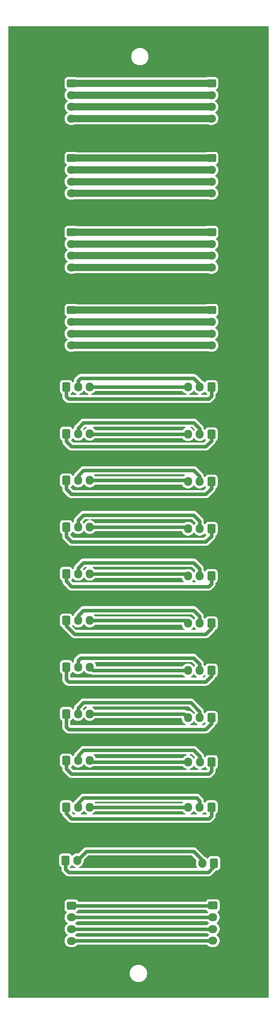
<source format=gbr>
%TF.GenerationSoftware,KiCad,Pcbnew,8.0.8*%
%TF.CreationDate,2025-02-25T14:17:27-08:00*%
%TF.ProjectId,Casa passthrough,43617361-2070-4617-9373-7468726f7567,rev?*%
%TF.SameCoordinates,Original*%
%TF.FileFunction,Copper,L2,Bot*%
%TF.FilePolarity,Positive*%
%FSLAX46Y46*%
G04 Gerber Fmt 4.6, Leading zero omitted, Abs format (unit mm)*
G04 Created by KiCad (PCBNEW 8.0.8) date 2025-02-25 14:17:27*
%MOMM*%
%LPD*%
G01*
G04 APERTURE LIST*
G04 Aperture macros list*
%AMRoundRect*
0 Rectangle with rounded corners*
0 $1 Rounding radius*
0 $2 $3 $4 $5 $6 $7 $8 $9 X,Y pos of 4 corners*
0 Add a 4 corners polygon primitive as box body*
4,1,4,$2,$3,$4,$5,$6,$7,$8,$9,$2,$3,0*
0 Add four circle primitives for the rounded corners*
1,1,$1+$1,$2,$3*
1,1,$1+$1,$4,$5*
1,1,$1+$1,$6,$7*
1,1,$1+$1,$8,$9*
0 Add four rect primitives between the rounded corners*
20,1,$1+$1,$2,$3,$4,$5,0*
20,1,$1+$1,$4,$5,$6,$7,0*
20,1,$1+$1,$6,$7,$8,$9,0*
20,1,$1+$1,$8,$9,$2,$3,0*%
G04 Aperture macros list end*
%TA.AperFunction,ComponentPad*%
%ADD10RoundRect,0.250000X0.600000X0.725000X-0.600000X0.725000X-0.600000X-0.725000X0.600000X-0.725000X0*%
%TD*%
%TA.AperFunction,ComponentPad*%
%ADD11O,1.700000X1.950000*%
%TD*%
%TA.AperFunction,ComponentPad*%
%ADD12RoundRect,0.250000X-0.600000X-0.725000X0.600000X-0.725000X0.600000X0.725000X-0.600000X0.725000X0*%
%TD*%
%TA.AperFunction,ComponentPad*%
%ADD13RoundRect,0.250000X-0.600000X-0.750000X0.600000X-0.750000X0.600000X0.750000X-0.600000X0.750000X0*%
%TD*%
%TA.AperFunction,ComponentPad*%
%ADD14O,1.700000X2.000000*%
%TD*%
%TA.AperFunction,ComponentPad*%
%ADD15RoundRect,0.250000X-0.725000X0.600000X-0.725000X-0.600000X0.725000X-0.600000X0.725000X0.600000X0*%
%TD*%
%TA.AperFunction,ComponentPad*%
%ADD16O,1.950000X1.700000*%
%TD*%
%TA.AperFunction,ComponentPad*%
%ADD17RoundRect,0.250000X0.600000X0.750000X-0.600000X0.750000X-0.600000X-0.750000X0.600000X-0.750000X0*%
%TD*%
%TA.AperFunction,Conductor*%
%ADD18C,0.750000*%
%TD*%
%TA.AperFunction,Conductor*%
%ADD19C,1.500000*%
%TD*%
G04 APERTURE END LIST*
D10*
%TO.P,X_Endstop_Min_IN1,1,Pin_1*%
%TO.N,Net-(X_Endstop_Min_IN1-Pin_1)*%
X664845000Y-292735000D03*
D11*
%TO.P,X_Endstop_Min_IN1,2,Pin_2*%
%TO.N,Net-(X_Endstop_Min_IN1-Pin_2)*%
X662345000Y-292735000D03*
%TO.P,X_Endstop_Min_IN1,3,Pin_3*%
%TO.N,Net-(X_Endstop_Min_IN1-Pin_3)*%
X659845000Y-292735000D03*
%TD*%
D12*
%TO.P,Y_Endstop_Min_OUT1,1,Pin_1*%
%TO.N,Net-(Y_Endstop_Min_IN1-Pin_1)*%
X633890000Y-312656110D03*
D11*
%TO.P,Y_Endstop_Min_OUT1,2,Pin_2*%
%TO.N,Net-(Y_Endstop_Min_IN1-Pin_2)*%
X636390000Y-312656110D03*
%TO.P,Y_Endstop_Min_OUT1,3,Pin_3*%
%TO.N,Net-(Y_Endstop_Min_IN1-Pin_3)*%
X638890000Y-312656110D03*
%TD*%
D10*
%TO.P,Probe_IN1,1,Pin_1*%
%TO.N,Net-(Probe_IN1-Pin_1)*%
X664845000Y-382380000D03*
D11*
%TO.P,Probe_IN1,2,Pin_2*%
%TO.N,Net-(Probe_IN1-Pin_2)*%
X662345000Y-382380000D03*
%TO.P,Probe_IN1,3,Pin_3*%
%TO.N,Net-(Probe_IN1-Pin_3)*%
X659845000Y-382380000D03*
%TD*%
D10*
%TO.P,Aux_Endstop_Min_IN1,1,Pin_1*%
%TO.N,Net-(Aux_Endstop_Min_IN1-Pin_1)*%
X664845000Y-353198332D03*
D11*
%TO.P,Aux_Endstop_Min_IN1,2,Pin_2*%
%TO.N,Net-(Aux_Endstop_Min_IN1-Pin_2)*%
X662345000Y-353198332D03*
%TO.P,Aux_Endstop_Min_IN1,3,Pin_3*%
%TO.N,Net-(Aux_Endstop_Min_IN1-Pin_3)*%
X659845000Y-353198332D03*
%TD*%
D13*
%TO.P,Coolant_IN1,1,Pin_1*%
%TO.N,Net-(Coolant_IN1-Pin_1)*%
X633730000Y-393700000D03*
D14*
%TO.P,Coolant_IN1,2,Pin_2*%
%TO.N,Net-(Coolant_IN1-Pin_2)*%
X636230000Y-393700000D03*
%TD*%
D10*
%TO.P,Z_Endstop_Max_IN1,1,Pin_1*%
%TO.N,Net-(Z_Endstop_Max_IN1-Pin_1)*%
X664845000Y-343121110D03*
D11*
%TO.P,Z_Endstop_Max_IN1,2,Pin_2*%
%TO.N,Net-(Z_Endstop_Max_IN1-Pin_2)*%
X662345000Y-343121110D03*
%TO.P,Z_Endstop_Max_IN1,3,Pin_3*%
%TO.N,Net-(Z_Endstop_Max_IN1-Pin_3)*%
X659845000Y-343121110D03*
%TD*%
D12*
%TO.P,Toolsetter_OUT1,1,Pin_1*%
%TO.N,Net-(Toolsetter_IN1-Pin_1)*%
X633890000Y-372419440D03*
D11*
%TO.P,Toolsetter_OUT1,2,Pin_2*%
%TO.N,Net-(Toolsetter_IN1-Pin_2)*%
X636390000Y-372419440D03*
%TO.P,Toolsetter_OUT1,3,Pin_3*%
%TO.N,Net-(Toolsetter_IN1-Pin_3)*%
X638890000Y-372419440D03*
%TD*%
D12*
%TO.P,Y_Endstop_Max_OUT1,1,Pin_1*%
%TO.N,Net-(Y_Endstop_Max_IN1-Pin_1)*%
X633890000Y-322616665D03*
D11*
%TO.P,Y_Endstop_Max_OUT1,2,Pin_2*%
%TO.N,Net-(Y_Endstop_Max_IN1-Pin_2)*%
X636390000Y-322616665D03*
%TO.P,Y_Endstop_Max_OUT1,3,Pin_3*%
%TO.N,Net-(Y_Endstop_Max_IN1-Pin_3)*%
X638890000Y-322616665D03*
%TD*%
D12*
%TO.P,Z_Endstop_Min_OUT1,1,Pin_1*%
%TO.N,Net-(Z_Endstop_Min_IN1-Pin_1)*%
X633890000Y-332577220D03*
D11*
%TO.P,Z_Endstop_Min_OUT1,2,Pin_2*%
%TO.N,Net-(Z_Endstop_Min_IN1-Pin_2)*%
X636390000Y-332577220D03*
%TO.P,Z_Endstop_Min_OUT1,3,Pin_3*%
%TO.N,Net-(Z_Endstop_Min_IN1-Pin_3)*%
X638890000Y-332577220D03*
%TD*%
D10*
%TO.P,Y_Endstop_Min_IN1,1,Pin_1*%
%TO.N,Net-(Y_Endstop_Min_IN1-Pin_1)*%
X664845000Y-312889444D03*
D11*
%TO.P,Y_Endstop_Min_IN1,2,Pin_2*%
%TO.N,Net-(Y_Endstop_Min_IN1-Pin_2)*%
X662345000Y-312889444D03*
%TO.P,Y_Endstop_Min_IN1,3,Pin_3*%
%TO.N,Net-(Y_Endstop_Min_IN1-Pin_3)*%
X659845000Y-312889444D03*
%TD*%
D10*
%TO.P,Aux_Endstop_Max_IN1,1,Pin_1*%
%TO.N,Net-(Aux_Endstop_Max_IN1-Pin_1)*%
X664845000Y-363275554D03*
D11*
%TO.P,Aux_Endstop_Max_IN1,2,Pin_2*%
%TO.N,Net-(Aux_Endstop_Max_IN1-Pin_2)*%
X662345000Y-363275554D03*
%TO.P,Aux_Endstop_Max_IN1,3,Pin_3*%
%TO.N,Net-(Aux_Endstop_Max_IN1-Pin_3)*%
X659845000Y-363275554D03*
%TD*%
D15*
%TO.P,Estop_IN1,1,Pin_1*%
%TO.N,Net-(EStop_OUT1-Pin_1)*%
X665142500Y-403345000D03*
D16*
%TO.P,Estop_IN1,2,Pin_2*%
%TO.N,Net-(EStop_OUT1-Pin_2)*%
X665142500Y-405845000D03*
%TO.P,Estop_IN1,3,Pin_3*%
%TO.N,Net-(EStop_OUT1-Pin_3)*%
X665142500Y-408345000D03*
%TO.P,Estop_IN1,4,Pin_4*%
%TO.N,Net-(EStop_OUT1-Pin_4)*%
X665142500Y-410845000D03*
%TD*%
D15*
%TO.P,EStop_OUT1,1,Pin_1*%
%TO.N,Net-(EStop_OUT1-Pin_1)*%
X635000000Y-403385000D03*
D16*
%TO.P,EStop_OUT1,2,Pin_2*%
%TO.N,Net-(EStop_OUT1-Pin_2)*%
X635000000Y-405885000D03*
%TO.P,EStop_OUT1,3,Pin_3*%
%TO.N,Net-(EStop_OUT1-Pin_3)*%
X635000000Y-408385000D03*
%TO.P,EStop_OUT1,4,Pin_4*%
%TO.N,Net-(EStop_OUT1-Pin_4)*%
X635000000Y-410885000D03*
%TD*%
D15*
%TO.P,Aux_Motor_OUT1,1,Pin_1*%
%TO.N,Net-(Aux_Motor_IN1-Pin_1)*%
X664845000Y-276345000D03*
D16*
%TO.P,Aux_Motor_OUT1,2,Pin_2*%
%TO.N,Net-(Aux_Motor_IN1-Pin_2)*%
X664845000Y-278845000D03*
%TO.P,Aux_Motor_OUT1,3,Pin_3*%
%TO.N,Net-(Aux_Motor_IN1-Pin_3)*%
X664845000Y-281345000D03*
%TO.P,Aux_Motor_OUT1,4,Pin_4*%
%TO.N,Net-(Aux_Motor_IN1-Pin_4)*%
X664845000Y-283845000D03*
%TD*%
D12*
%TO.P,X_Endstop_Max_OUT1,1,Pin_1*%
%TO.N,Net-(X_Endstop_Max_IN1-Pin_1)*%
X633890000Y-302695555D03*
D11*
%TO.P,X_Endstop_Max_OUT1,2,Pin_2*%
%TO.N,Net-(X_Endstop_Max_IN1-Pin_2)*%
X636390000Y-302695555D03*
%TO.P,X_Endstop_Max_OUT1,3,Pin_3*%
%TO.N,Net-(X_Endstop_Max_IN1-Pin_3)*%
X638890000Y-302695555D03*
%TD*%
D15*
%TO.P,X_Motor_IN1,1,Pin_1*%
%TO.N,Net-(X_Motor_IN1-Pin_1)*%
X635000000Y-227965000D03*
D16*
%TO.P,X_Motor_IN1,2,Pin_2*%
%TO.N,Net-(X_Motor_IN1-Pin_2)*%
X635000000Y-230465000D03*
%TO.P,X_Motor_IN1,3,Pin_3*%
%TO.N,Net-(X_Motor_IN1-Pin_3)*%
X635000000Y-232965000D03*
%TO.P,X_Motor_IN1,4,Pin_4*%
%TO.N,Net-(X_Motor_IN1-Pin_4)*%
X635000000Y-235465000D03*
%TD*%
D12*
%TO.P,Probe_OUT1,1,Pin_1*%
%TO.N,Net-(Probe_IN1-Pin_1)*%
X633890000Y-382380000D03*
D11*
%TO.P,Probe_OUT1,2,Pin_2*%
%TO.N,Net-(Probe_IN1-Pin_2)*%
X636390000Y-382380000D03*
%TO.P,Probe_OUT1,3,Pin_3*%
%TO.N,Net-(Probe_IN1-Pin_3)*%
X638890000Y-382380000D03*
%TD*%
D15*
%TO.P,Z_Motor_OUT1,1,Pin_1*%
%TO.N,Net-(Z_Motor_IN1-Pin_1)*%
X664845000Y-259715000D03*
D16*
%TO.P,Z_Motor_OUT1,2,Pin_2*%
%TO.N,Net-(Z_Motor_IN1-Pin_2)*%
X664845000Y-262215000D03*
%TO.P,Z_Motor_OUT1,3,Pin_3*%
%TO.N,Net-(Z_Motor_IN1-Pin_3)*%
X664845000Y-264715000D03*
%TO.P,Z_Motor_OUT1,4,Pin_4*%
%TO.N,Net-(Z_Motor_IN1-Pin_4)*%
X664845000Y-267215000D03*
%TD*%
D10*
%TO.P,Y_Endstop_Max_IN1,1,Pin_1*%
%TO.N,Net-(Y_Endstop_Max_IN1-Pin_1)*%
X664845000Y-322966666D03*
D11*
%TO.P,Y_Endstop_Max_IN1,2,Pin_2*%
%TO.N,Net-(Y_Endstop_Max_IN1-Pin_2)*%
X662345000Y-322966666D03*
%TO.P,Y_Endstop_Max_IN1,3,Pin_3*%
%TO.N,Net-(Y_Endstop_Max_IN1-Pin_3)*%
X659845000Y-322966666D03*
%TD*%
D17*
%TO.P,Coolant_OUT1,1,Pin_1*%
%TO.N,Net-(Coolant_IN1-Pin_1)*%
X665400000Y-394335000D03*
D14*
%TO.P,Coolant_OUT1,2,Pin_2*%
%TO.N,Net-(Coolant_IN1-Pin_2)*%
X662900000Y-394335000D03*
%TD*%
D10*
%TO.P,X_Endstop_Max_IN1,1,Pin_1*%
%TO.N,Net-(X_Endstop_Max_IN1-Pin_1)*%
X664845000Y-302812222D03*
D11*
%TO.P,X_Endstop_Max_IN1,2,Pin_2*%
%TO.N,Net-(X_Endstop_Max_IN1-Pin_2)*%
X662345000Y-302812222D03*
%TO.P,X_Endstop_Max_IN1,3,Pin_3*%
%TO.N,Net-(X_Endstop_Max_IN1-Pin_3)*%
X659845000Y-302812222D03*
%TD*%
D10*
%TO.P,Toolsetter_IN1,1,Pin_1*%
%TO.N,Net-(Toolsetter_IN1-Pin_1)*%
X664885000Y-372745000D03*
D11*
%TO.P,Toolsetter_IN1,2,Pin_2*%
%TO.N,Net-(Toolsetter_IN1-Pin_2)*%
X662385000Y-372745000D03*
%TO.P,Toolsetter_IN1,3,Pin_3*%
%TO.N,Net-(Toolsetter_IN1-Pin_3)*%
X659885000Y-372745000D03*
%TD*%
D12*
%TO.P,Aux_Endstop_Max_OUT1,1,Pin_1*%
%TO.N,Net-(Aux_Endstop_Max_IN1-Pin_1)*%
X633890000Y-362458885D03*
D11*
%TO.P,Aux_Endstop_Max_OUT1,2,Pin_2*%
%TO.N,Net-(Aux_Endstop_Max_IN1-Pin_2)*%
X636390000Y-362458885D03*
%TO.P,Aux_Endstop_Max_OUT1,3,Pin_3*%
%TO.N,Net-(Aux_Endstop_Max_IN1-Pin_3)*%
X638890000Y-362458885D03*
%TD*%
D15*
%TO.P,Z_Motor_IN1,1,Pin_1*%
%TO.N,Net-(Z_Motor_IN1-Pin_1)*%
X635000000Y-259715000D03*
D16*
%TO.P,Z_Motor_IN1,2,Pin_2*%
%TO.N,Net-(Z_Motor_IN1-Pin_2)*%
X635000000Y-262215000D03*
%TO.P,Z_Motor_IN1,3,Pin_3*%
%TO.N,Net-(Z_Motor_IN1-Pin_3)*%
X635000000Y-264715000D03*
%TO.P,Z_Motor_IN1,4,Pin_4*%
%TO.N,Net-(Z_Motor_IN1-Pin_4)*%
X635000000Y-267215000D03*
%TD*%
D15*
%TO.P,X_Motor_OUT1,1,Pin_1*%
%TO.N,Net-(X_Motor_IN1-Pin_1)*%
X664845000Y-227965000D03*
D16*
%TO.P,X_Motor_OUT1,2,Pin_2*%
%TO.N,Net-(X_Motor_IN1-Pin_2)*%
X664845000Y-230465000D03*
%TO.P,X_Motor_OUT1,3,Pin_3*%
%TO.N,Net-(X_Motor_IN1-Pin_3)*%
X664845000Y-232965000D03*
%TO.P,X_Motor_OUT1,4,Pin_4*%
%TO.N,Net-(X_Motor_IN1-Pin_4)*%
X664845000Y-235465000D03*
%TD*%
D12*
%TO.P,X_Endstop_Min_OUT1,1,Pin_1*%
%TO.N,Net-(X_Endstop_Min_IN1-Pin_1)*%
X633890000Y-292735000D03*
D11*
%TO.P,X_Endstop_Min_OUT1,2,Pin_2*%
%TO.N,Net-(X_Endstop_Min_IN1-Pin_2)*%
X636390000Y-292735000D03*
%TO.P,X_Endstop_Min_OUT1,3,Pin_3*%
%TO.N,Net-(X_Endstop_Min_IN1-Pin_3)*%
X638890000Y-292735000D03*
%TD*%
D15*
%TO.P,Y_Motor_OUT1,1,Pin_1*%
%TO.N,Net-(Y_Motor_IN1-Pin_1)*%
X664845000Y-243920000D03*
D16*
%TO.P,Y_Motor_OUT1,2,Pin_2*%
%TO.N,Net-(Y_Motor_IN1-Pin_2)*%
X664845000Y-246420000D03*
%TO.P,Y_Motor_OUT1,3,Pin_3*%
%TO.N,Net-(Y_Motor_IN1-Pin_3)*%
X664845000Y-248920000D03*
%TO.P,Y_Motor_OUT1,4,Pin_4*%
%TO.N,Net-(Y_Motor_IN1-Pin_4)*%
X664845000Y-251420000D03*
%TD*%
D12*
%TO.P,Z_Endstop_Max_OUT1,1,Pin_1*%
%TO.N,Net-(Z_Endstop_Max_IN1-Pin_1)*%
X633890000Y-342537775D03*
D11*
%TO.P,Z_Endstop_Max_OUT1,2,Pin_2*%
%TO.N,Net-(Z_Endstop_Max_IN1-Pin_2)*%
X636390000Y-342537775D03*
%TO.P,Z_Endstop_Max_OUT1,3,Pin_3*%
%TO.N,Net-(Z_Endstop_Max_IN1-Pin_3)*%
X638890000Y-342537775D03*
%TD*%
D10*
%TO.P,Z_Endstop_Min_IN1,1,Pin_1*%
%TO.N,Net-(Z_Endstop_Min_IN1-Pin_1)*%
X664845000Y-333043888D03*
D11*
%TO.P,Z_Endstop_Min_IN1,2,Pin_2*%
%TO.N,Net-(Z_Endstop_Min_IN1-Pin_2)*%
X662345000Y-333043888D03*
%TO.P,Z_Endstop_Min_IN1,3,Pin_3*%
%TO.N,Net-(Z_Endstop_Min_IN1-Pin_3)*%
X659845000Y-333043888D03*
%TD*%
D15*
%TO.P,Y_Motor_IN1,1,Pin_1*%
%TO.N,Net-(Y_Motor_IN1-Pin_1)*%
X635000000Y-243920000D03*
D16*
%TO.P,Y_Motor_IN1,2,Pin_2*%
%TO.N,Net-(Y_Motor_IN1-Pin_2)*%
X635000000Y-246420000D03*
%TO.P,Y_Motor_IN1,3,Pin_3*%
%TO.N,Net-(Y_Motor_IN1-Pin_3)*%
X635000000Y-248920000D03*
%TO.P,Y_Motor_IN1,4,Pin_4*%
%TO.N,Net-(Y_Motor_IN1-Pin_4)*%
X635000000Y-251420000D03*
%TD*%
D12*
%TO.P,Aux_Endstop_Min_OUT1,1,Pin_1*%
%TO.N,Net-(Aux_Endstop_Min_IN1-Pin_1)*%
X633890000Y-352498330D03*
D11*
%TO.P,Aux_Endstop_Min_OUT1,2,Pin_2*%
%TO.N,Net-(Aux_Endstop_Min_IN1-Pin_2)*%
X636390000Y-352498330D03*
%TO.P,Aux_Endstop_Min_OUT1,3,Pin_3*%
%TO.N,Net-(Aux_Endstop_Min_IN1-Pin_3)*%
X638890000Y-352498330D03*
%TD*%
D15*
%TO.P,Aux_Motor_IN1,1,Pin_1*%
%TO.N,Net-(Aux_Motor_IN1-Pin_1)*%
X635000000Y-276345000D03*
D16*
%TO.P,Aux_Motor_IN1,2,Pin_2*%
%TO.N,Net-(Aux_Motor_IN1-Pin_2)*%
X635000000Y-278845000D03*
%TO.P,Aux_Motor_IN1,3,Pin_3*%
%TO.N,Net-(Aux_Motor_IN1-Pin_3)*%
X635000000Y-281345000D03*
%TO.P,Aux_Motor_IN1,4,Pin_4*%
%TO.N,Net-(Aux_Motor_IN1-Pin_4)*%
X635000000Y-283845000D03*
%TD*%
D18*
%TO.N,Net-(Probe_IN1-Pin_1)*%
X633890000Y-382380000D02*
X633890000Y-383700000D01*
X635000000Y-384810000D02*
X664250000Y-384810000D01*
X633890000Y-383700000D02*
X635000000Y-384810000D01*
X664845000Y-384215000D02*
X664845000Y-382380000D01*
X664250000Y-384810000D02*
X664845000Y-384215000D01*
%TO.N,Net-(Probe_IN1-Pin_3)*%
X638890000Y-382380000D02*
X659845000Y-382380000D01*
%TO.N,Net-(Probe_IN1-Pin_2)*%
X661710000Y-380365000D02*
X662345000Y-381000000D01*
X662345000Y-381000000D02*
X662345000Y-382380000D01*
X636390000Y-381515000D02*
X637540000Y-380365000D01*
X636390000Y-382380000D02*
X636390000Y-381515000D01*
X637540000Y-380365000D02*
X661710000Y-380365000D01*
%TO.N,Net-(Toolsetter_IN1-Pin_1)*%
X664885000Y-374650000D02*
X664885000Y-372745000D01*
X635000000Y-375285000D02*
X664250000Y-375285000D01*
X633890000Y-374175000D02*
X635000000Y-375285000D01*
X633890000Y-372419440D02*
X633890000Y-374175000D01*
X664250000Y-375285000D02*
X664885000Y-374650000D01*
%TO.N,Net-(Toolsetter_IN1-Pin_3)*%
X639215560Y-372745000D02*
X638890000Y-372419440D01*
X659885000Y-372745000D02*
X639215560Y-372745000D01*
%TO.N,Net-(Toolsetter_IN1-Pin_2)*%
X636390000Y-372419440D02*
X636390000Y-371355000D01*
X662385000Y-371515000D02*
X662385000Y-372745000D01*
X661075000Y-370205000D02*
X662385000Y-371515000D01*
X636390000Y-371355000D02*
X637540000Y-370205000D01*
X637540000Y-370205000D02*
X661075000Y-370205000D01*
%TO.N,Net-(Aux_Endstop_Max_IN1-Pin_3)*%
X638890000Y-362458885D02*
X659028331Y-362458885D01*
X659028331Y-362458885D02*
X659845000Y-363275554D01*
%TO.N,Net-(Aux_Endstop_Max_IN1-Pin_1)*%
X634047500Y-365442500D02*
X634365000Y-365760000D01*
X664845000Y-364530000D02*
X664845000Y-363275554D01*
X633890000Y-365285000D02*
X634365000Y-365760000D01*
X633890000Y-362458885D02*
X633890000Y-365285000D01*
X634365000Y-365760000D02*
X663615000Y-365760000D01*
X663615000Y-365760000D02*
X664845000Y-364530000D01*
%TO.N,Net-(Aux_Endstop_Max_IN1-Pin_2)*%
X662345000Y-361950000D02*
X662345000Y-363275554D01*
X636390000Y-361195000D02*
X637540000Y-360045000D01*
X636390000Y-362458885D02*
X636390000Y-361195000D01*
X637540000Y-360045000D02*
X660440000Y-360045000D01*
X660440000Y-360045000D02*
X662345000Y-361950000D01*
D19*
%TO.N,Net-(X_Motor_IN1-Pin_1)*%
X635000000Y-227965000D02*
X664845000Y-227965000D01*
%TO.N,Net-(X_Motor_IN1-Pin_4)*%
X664845000Y-235465000D02*
X635000000Y-235465000D01*
%TO.N,Net-(X_Motor_IN1-Pin_3)*%
X635000000Y-232965000D02*
X664845000Y-232965000D01*
%TO.N,Net-(X_Motor_IN1-Pin_2)*%
X664845000Y-230465000D02*
X635000000Y-230465000D01*
D18*
%TO.N,Net-(Aux_Endstop_Min_IN1-Pin_2)*%
X661035000Y-350520000D02*
X662345000Y-351830000D01*
X636390000Y-351035000D02*
X636905000Y-350520000D01*
X662345000Y-351830000D02*
X662345000Y-353198332D01*
X636390000Y-352498330D02*
X636390000Y-351035000D01*
X636905000Y-350520000D02*
X661035000Y-350520000D01*
%TO.N,Net-(Aux_Endstop_Min_IN1-Pin_1)*%
X634365000Y-355600000D02*
X663615000Y-355600000D01*
X663615000Y-355600000D02*
X664845000Y-354370000D01*
X633890000Y-352498330D02*
X633890000Y-355125000D01*
X664845000Y-354370000D02*
X664845000Y-353198332D01*
X633890000Y-355125000D02*
X634365000Y-355600000D01*
%TO.N,Net-(Aux_Endstop_Min_IN1-Pin_3)*%
X659845000Y-353198332D02*
X639590002Y-353198332D01*
X639590002Y-353198332D02*
X638890000Y-352498330D01*
D19*
%TO.N,Net-(Y_Motor_IN1-Pin_1)*%
X635000000Y-243920000D02*
X664845000Y-243920000D01*
%TO.N,Net-(Y_Motor_IN1-Pin_4)*%
X664845000Y-251420000D02*
X635000000Y-251420000D01*
%TO.N,Net-(Y_Motor_IN1-Pin_3)*%
X635000000Y-248920000D02*
X664845000Y-248920000D01*
%TO.N,Net-(Y_Motor_IN1-Pin_2)*%
X664845000Y-246420000D02*
X635000000Y-246420000D01*
D18*
%TO.N,Net-(X_Endstop_Max_IN1-Pin_2)*%
X636390000Y-302695555D02*
X636390000Y-301505000D01*
X661075000Y-300355000D02*
X662345000Y-301625000D01*
X637540000Y-300355000D02*
X661075000Y-300355000D01*
X636390000Y-301505000D02*
X637540000Y-300355000D01*
X662345000Y-301625000D02*
X662345000Y-302812222D01*
%TO.N,Net-(X_Endstop_Max_IN1-Pin_3)*%
X659845000Y-302812222D02*
X639006667Y-302812222D01*
X639006667Y-302812222D02*
X638890000Y-302695555D01*
%TO.N,Net-(X_Endstop_Max_IN1-Pin_1)*%
X633890000Y-304325000D02*
X635000000Y-305435000D01*
X663615000Y-305435000D02*
X664845000Y-304205000D01*
X633890000Y-302695555D02*
X633890000Y-304325000D01*
X664845000Y-304205000D02*
X664845000Y-302812222D01*
X635000000Y-305435000D02*
X663615000Y-305435000D01*
D19*
%TO.N,Net-(Z_Motor_IN1-Pin_1)*%
X635000000Y-259715000D02*
X664845000Y-259715000D01*
%TO.N,Net-(Z_Motor_IN1-Pin_3)*%
X635000000Y-264715000D02*
X664845000Y-264715000D01*
%TO.N,Net-(Z_Motor_IN1-Pin_2)*%
X664845000Y-262215000D02*
X635000000Y-262215000D01*
%TO.N,Net-(Z_Motor_IN1-Pin_4)*%
X664845000Y-267215000D02*
X635000000Y-267215000D01*
D18*
%TO.N,Net-(X_Endstop_Min_IN1-Pin_3)*%
X638890000Y-292735000D02*
X659845000Y-292735000D01*
%TO.N,Net-(X_Endstop_Min_IN1-Pin_1)*%
X664250000Y-295275000D02*
X664845000Y-294680000D01*
X634365000Y-295275000D02*
X664250000Y-295275000D01*
X633890000Y-292735000D02*
X633890000Y-294800000D01*
X633890000Y-294800000D02*
X634365000Y-295275000D01*
X664845000Y-294680000D02*
X664845000Y-292735000D01*
%TO.N,Net-(X_Endstop_Min_IN1-Pin_2)*%
X636390000Y-292735000D02*
X636390000Y-291345000D01*
X636390000Y-291345000D02*
X636905000Y-290830000D01*
X636905000Y-290830000D02*
X661075000Y-290830000D01*
X661075000Y-290830000D02*
X662345000Y-292100000D01*
X662345000Y-292100000D02*
X662345000Y-292735000D01*
D19*
%TO.N,Net-(Aux_Motor_IN1-Pin_3)*%
X635000000Y-281345000D02*
X664845000Y-281345000D01*
%TO.N,Net-(Aux_Motor_IN1-Pin_4)*%
X664845000Y-283845000D02*
X635000000Y-283845000D01*
%TO.N,Net-(Aux_Motor_IN1-Pin_2)*%
X664845000Y-278845000D02*
X635000000Y-278845000D01*
%TO.N,Net-(Aux_Motor_IN1-Pin_1)*%
X635000000Y-276345000D02*
X664845000Y-276345000D01*
D18*
%TO.N,Net-(EStop_OUT1-Pin_1)*%
X665102500Y-403385000D02*
X665142500Y-403345000D01*
X635297500Y-403385000D02*
X665102500Y-403385000D01*
%TO.N,Net-(EStop_OUT1-Pin_2)*%
X635040000Y-405845000D02*
X635000000Y-405885000D01*
X665142500Y-405845000D02*
X635337500Y-405845000D01*
%TO.N,Net-(EStop_OUT1-Pin_4)*%
X635040000Y-410845000D02*
X635000000Y-410885000D01*
X665142500Y-410845000D02*
X635337500Y-410845000D01*
%TO.N,Net-(EStop_OUT1-Pin_3)*%
X665102500Y-408385000D02*
X665142500Y-408345000D01*
X635297500Y-408385000D02*
X665102500Y-408385000D01*
%TO.N,Net-(Y_Endstop_Max_IN1-Pin_1)*%
X635000000Y-325755000D02*
X663615000Y-325755000D01*
X633890000Y-324645000D02*
X635000000Y-325755000D01*
X664845000Y-324525000D02*
X664845000Y-322966666D01*
X633890000Y-322616665D02*
X633890000Y-324645000D01*
X663615000Y-325755000D02*
X664845000Y-324525000D01*
%TO.N,Net-(Y_Endstop_Max_IN1-Pin_2)*%
X661075000Y-320040000D02*
X662345000Y-321310000D01*
X637540000Y-320040000D02*
X661075000Y-320040000D01*
X662345000Y-321310000D02*
X662345000Y-322966666D01*
X636390000Y-321190000D02*
X637540000Y-320040000D01*
X636390000Y-322616665D02*
X636390000Y-321190000D01*
%TO.N,Net-(Y_Endstop_Max_IN1-Pin_3)*%
X659845000Y-322966666D02*
X659494999Y-322616665D01*
X659494999Y-322616665D02*
X638890000Y-322616665D01*
%TO.N,Net-(Y_Endstop_Min_IN1-Pin_3)*%
X659611666Y-312656110D02*
X659845000Y-312889444D01*
X659611666Y-312656110D02*
X638890000Y-312656110D01*
%TO.N,Net-(Y_Endstop_Min_IN1-Pin_1)*%
X633890000Y-314485000D02*
X635000000Y-315595000D01*
X633890000Y-312656110D02*
X633890000Y-314485000D01*
X664845000Y-314365000D02*
X664845000Y-312889444D01*
X663615000Y-315595000D02*
X664845000Y-314365000D01*
X635000000Y-315595000D02*
X663615000Y-315595000D01*
%TO.N,Net-(Y_Endstop_Min_IN1-Pin_2)*%
X636390000Y-312656110D02*
X636390000Y-311665000D01*
X637540000Y-310515000D02*
X661075000Y-310515000D01*
X636390000Y-311665000D02*
X637540000Y-310515000D01*
X662345000Y-311785000D02*
X662345000Y-312889444D01*
X661075000Y-310515000D02*
X662345000Y-311785000D01*
%TO.N,Net-(Z_Endstop_Max_IN1-Pin_3)*%
X638890000Y-342537775D02*
X659261665Y-342537775D01*
X659261665Y-342537775D02*
X659845000Y-343121110D01*
%TO.N,Net-(Z_Endstop_Max_IN1-Pin_1)*%
X663615000Y-345440000D02*
X664845000Y-344210000D01*
X633890000Y-342537775D02*
X633890000Y-343695000D01*
X664845000Y-344210000D02*
X664845000Y-343121110D01*
X633890000Y-343695000D02*
X635635000Y-345440000D01*
X635635000Y-345440000D02*
X663615000Y-345440000D01*
%TO.N,Net-(Z_Endstop_Max_IN1-Pin_2)*%
X636390000Y-342537775D02*
X636390000Y-341510000D01*
X661075000Y-340360000D02*
X662345000Y-341630000D01*
X636390000Y-341510000D02*
X637540000Y-340360000D01*
X637540000Y-340360000D02*
X661075000Y-340360000D01*
X662345000Y-341630000D02*
X662345000Y-343121110D01*
%TO.N,Net-(Z_Endstop_Min_IN1-Pin_1)*%
X633890000Y-332577220D02*
X633890000Y-334170000D01*
X635000000Y-335280000D02*
X664250000Y-335280000D01*
X633890000Y-334170000D02*
X635000000Y-335280000D01*
X664845000Y-334685000D02*
X664845000Y-333043888D01*
X664250000Y-335280000D02*
X664845000Y-334685000D01*
%TO.N,Net-(Z_Endstop_Min_IN1-Pin_3)*%
X659378332Y-332577220D02*
X659845000Y-333043888D01*
X638890000Y-332577220D02*
X659378332Y-332577220D01*
%TO.N,Net-(Z_Endstop_Min_IN1-Pin_2)*%
X636390000Y-332577220D02*
X636390000Y-331350000D01*
X661075000Y-330200000D02*
X662345000Y-331470000D01*
X637540000Y-330200000D02*
X661075000Y-330200000D01*
X636390000Y-331350000D02*
X637540000Y-330200000D01*
X662345000Y-331470000D02*
X662345000Y-333043888D01*
%TO.N,Net-(Coolant_IN1-Pin_2)*%
X661035000Y-391795000D02*
X662900000Y-393660000D01*
X638175000Y-391795000D02*
X661035000Y-391795000D01*
X662900000Y-393660000D02*
X662900000Y-394335000D01*
X636270000Y-393700000D02*
X638175000Y-391795000D01*
X636230000Y-393700000D02*
X636270000Y-393700000D01*
%TO.N,Net-(Coolant_IN1-Pin_1)*%
X633730000Y-395605000D02*
X633730000Y-393700000D01*
X665400000Y-394335000D02*
X665400000Y-395050000D01*
X664210000Y-396240000D02*
X634365000Y-396240000D01*
X634365000Y-396240000D02*
X633730000Y-395605000D01*
X665400000Y-395050000D02*
X664210000Y-396240000D01*
%TD*%
%TA.AperFunction,NonConductor*%
G36*
X676987539Y-215785185D02*
G01*
X677033294Y-215837989D01*
X677044500Y-215889500D01*
X677044500Y-422920500D01*
X677024815Y-422987539D01*
X676972011Y-423033294D01*
X676920500Y-423044500D01*
X621654500Y-423044500D01*
X621587461Y-423024815D01*
X621541706Y-422972011D01*
X621530500Y-422920500D01*
X621530500Y-417708711D01*
X647437000Y-417708711D01*
X647437000Y-417951288D01*
X647468661Y-418191785D01*
X647531447Y-418426104D01*
X647624273Y-418650205D01*
X647624276Y-418650212D01*
X647745564Y-418860289D01*
X647745566Y-418860292D01*
X647745567Y-418860293D01*
X647893233Y-419052736D01*
X647893239Y-419052743D01*
X648064756Y-419224260D01*
X648064762Y-419224265D01*
X648257211Y-419371936D01*
X648467288Y-419493224D01*
X648691400Y-419586054D01*
X648925711Y-419648838D01*
X649106086Y-419672584D01*
X649166211Y-419680500D01*
X649166212Y-419680500D01*
X649408789Y-419680500D01*
X649456888Y-419674167D01*
X649649289Y-419648838D01*
X649883600Y-419586054D01*
X650107712Y-419493224D01*
X650317789Y-419371936D01*
X650510238Y-419224265D01*
X650681765Y-419052738D01*
X650829436Y-418860289D01*
X650950724Y-418650212D01*
X651043554Y-418426100D01*
X651106338Y-418191789D01*
X651138000Y-417951288D01*
X651138000Y-417708712D01*
X651106338Y-417468211D01*
X651043554Y-417233900D01*
X650950724Y-417009788D01*
X650829436Y-416799711D01*
X650681765Y-416607262D01*
X650681760Y-416607256D01*
X650510243Y-416435739D01*
X650510236Y-416435733D01*
X650317793Y-416288067D01*
X650317792Y-416288066D01*
X650317789Y-416288064D01*
X650107712Y-416166776D01*
X650107705Y-416166773D01*
X649883604Y-416073947D01*
X649649285Y-416011161D01*
X649408789Y-415979500D01*
X649408788Y-415979500D01*
X649166212Y-415979500D01*
X649166211Y-415979500D01*
X648925714Y-416011161D01*
X648691395Y-416073947D01*
X648467294Y-416166773D01*
X648467285Y-416166777D01*
X648257206Y-416288067D01*
X648064763Y-416435733D01*
X648064756Y-416435739D01*
X647893239Y-416607256D01*
X647893233Y-416607263D01*
X647745567Y-416799706D01*
X647624277Y-417009785D01*
X647624273Y-417009794D01*
X647531447Y-417233895D01*
X647468661Y-417468214D01*
X647437000Y-417708711D01*
X621530500Y-417708711D01*
X621530500Y-402734983D01*
X633524500Y-402734983D01*
X633524500Y-404035001D01*
X633524501Y-404035018D01*
X633535000Y-404137796D01*
X633535001Y-404137799D01*
X633590185Y-404304331D01*
X633590187Y-404304336D01*
X633682289Y-404453657D01*
X633806344Y-404577712D01*
X633961120Y-404673178D01*
X634007845Y-404725126D01*
X634019068Y-404794088D01*
X633991224Y-404858171D01*
X633983706Y-404866398D01*
X633844889Y-405005215D01*
X633719951Y-405177179D01*
X633623444Y-405366585D01*
X633557753Y-405568760D01*
X633524500Y-405778713D01*
X633524500Y-405991286D01*
X633557753Y-406201239D01*
X633623444Y-406403414D01*
X633719951Y-406592820D01*
X633844890Y-406764786D01*
X633995209Y-406915105D01*
X633995214Y-406915109D01*
X634159793Y-407034682D01*
X634202459Y-407090011D01*
X634208438Y-407159625D01*
X634175833Y-407221420D01*
X634159793Y-407235318D01*
X633995214Y-407354890D01*
X633995209Y-407354894D01*
X633844890Y-407505213D01*
X633719951Y-407677179D01*
X633623444Y-407866585D01*
X633557753Y-408068760D01*
X633524500Y-408278713D01*
X633524500Y-408491286D01*
X633557753Y-408701239D01*
X633623444Y-408903414D01*
X633719951Y-409092820D01*
X633844890Y-409264786D01*
X633995209Y-409415105D01*
X633995214Y-409415109D01*
X634159793Y-409534682D01*
X634202459Y-409590011D01*
X634208438Y-409659625D01*
X634175833Y-409721420D01*
X634159793Y-409735318D01*
X633995214Y-409854890D01*
X633995209Y-409854894D01*
X633844890Y-410005213D01*
X633719951Y-410177179D01*
X633623444Y-410366585D01*
X633557753Y-410568760D01*
X633524500Y-410778713D01*
X633524500Y-410991286D01*
X633557753Y-411201239D01*
X633623444Y-411403414D01*
X633719951Y-411592820D01*
X633844890Y-411764786D01*
X633995213Y-411915109D01*
X634167179Y-412040048D01*
X634167181Y-412040049D01*
X634167184Y-412040051D01*
X634356588Y-412136557D01*
X634558757Y-412202246D01*
X634768713Y-412235500D01*
X634768714Y-412235500D01*
X635231286Y-412235500D01*
X635231287Y-412235500D01*
X635441243Y-412202246D01*
X635643412Y-412136557D01*
X635832816Y-412040051D01*
X635887876Y-412000048D01*
X636004786Y-411915109D01*
X636004788Y-411915106D01*
X636004792Y-411915104D01*
X636155104Y-411764792D01*
X636155111Y-411764781D01*
X636155804Y-411763972D01*
X636156149Y-411763746D01*
X636158549Y-411761347D01*
X636159052Y-411761850D01*
X636214309Y-411725777D01*
X636250097Y-411720500D01*
X663931742Y-411720500D01*
X663998781Y-411740185D01*
X664019423Y-411756819D01*
X664137713Y-411875109D01*
X664309679Y-412000048D01*
X664309681Y-412000049D01*
X664309684Y-412000051D01*
X664499088Y-412096557D01*
X664701257Y-412162246D01*
X664911213Y-412195500D01*
X664911214Y-412195500D01*
X665373786Y-412195500D01*
X665373787Y-412195500D01*
X665583743Y-412162246D01*
X665785912Y-412096557D01*
X665975316Y-412000051D01*
X665997289Y-411984086D01*
X666147286Y-411875109D01*
X666147288Y-411875106D01*
X666147292Y-411875104D01*
X666297604Y-411724792D01*
X666297606Y-411724788D01*
X666297609Y-411724786D01*
X666422548Y-411552820D01*
X666422547Y-411552820D01*
X666422551Y-411552816D01*
X666519057Y-411363412D01*
X666584746Y-411161243D01*
X666618000Y-410951287D01*
X666618000Y-410738713D01*
X666584746Y-410528757D01*
X666519057Y-410326588D01*
X666422551Y-410137184D01*
X666422549Y-410137181D01*
X666422548Y-410137179D01*
X666297609Y-409965213D01*
X666147292Y-409814896D01*
X666147284Y-409814890D01*
X665982704Y-409695316D01*
X665940040Y-409639989D01*
X665934061Y-409570376D01*
X665966666Y-409508580D01*
X665982699Y-409494686D01*
X666147292Y-409375104D01*
X666297604Y-409224792D01*
X666297606Y-409224788D01*
X666297609Y-409224786D01*
X666422548Y-409052820D01*
X666422547Y-409052820D01*
X666422551Y-409052816D01*
X666519057Y-408863412D01*
X666584746Y-408661243D01*
X666618000Y-408451287D01*
X666618000Y-408238713D01*
X666584746Y-408028757D01*
X666519057Y-407826588D01*
X666422551Y-407637184D01*
X666422549Y-407637181D01*
X666422548Y-407637179D01*
X666297609Y-407465213D01*
X666147292Y-407314896D01*
X666147284Y-407314890D01*
X665982704Y-407195316D01*
X665940040Y-407139989D01*
X665934061Y-407070376D01*
X665966666Y-407008580D01*
X665982699Y-406994686D01*
X666147292Y-406875104D01*
X666297604Y-406724792D01*
X666297606Y-406724788D01*
X666297609Y-406724786D01*
X666422548Y-406552820D01*
X666422547Y-406552820D01*
X666422551Y-406552816D01*
X666519057Y-406363412D01*
X666584746Y-406161243D01*
X666618000Y-405951287D01*
X666618000Y-405738713D01*
X666584746Y-405528757D01*
X666519057Y-405326588D01*
X666422551Y-405137184D01*
X666422549Y-405137181D01*
X666422548Y-405137179D01*
X666297609Y-404965213D01*
X666158794Y-404826398D01*
X666125309Y-404765075D01*
X666130293Y-404695383D01*
X666172165Y-404639450D01*
X666181379Y-404633178D01*
X666186831Y-404629814D01*
X666186834Y-404629814D01*
X666336156Y-404537712D01*
X666460212Y-404413656D01*
X666552314Y-404264334D01*
X666607499Y-404097797D01*
X666618000Y-403995009D01*
X666617999Y-402694992D01*
X666607499Y-402592203D01*
X666552314Y-402425666D01*
X666460212Y-402276344D01*
X666336156Y-402152288D01*
X666186834Y-402060186D01*
X666020297Y-402005001D01*
X666020295Y-402005000D01*
X665917510Y-401994500D01*
X664367498Y-401994500D01*
X664367481Y-401994501D01*
X664264703Y-402005000D01*
X664264700Y-402005001D01*
X664098168Y-402060185D01*
X664098163Y-402060187D01*
X663948842Y-402152289D01*
X663824789Y-402276342D01*
X663732687Y-402425663D01*
X663729636Y-402432209D01*
X663728202Y-402431540D01*
X663693290Y-402481955D01*
X663628772Y-402508773D01*
X663615365Y-402509500D01*
X636506058Y-402509500D01*
X636439019Y-402489815D01*
X636400519Y-402450597D01*
X636317712Y-402316344D01*
X636193656Y-402192288D01*
X636044334Y-402100186D01*
X635877797Y-402045001D01*
X635877795Y-402045000D01*
X635775010Y-402034500D01*
X634224998Y-402034500D01*
X634224981Y-402034501D01*
X634122203Y-402045000D01*
X634122200Y-402045001D01*
X633955668Y-402100185D01*
X633955663Y-402100187D01*
X633806342Y-402192289D01*
X633682289Y-402316342D01*
X633590187Y-402465663D01*
X633590186Y-402465666D01*
X633535001Y-402632203D01*
X633535001Y-402632204D01*
X633535000Y-402632204D01*
X633524500Y-402734983D01*
X621530500Y-402734983D01*
X621530500Y-392899983D01*
X632379500Y-392899983D01*
X632379500Y-394500001D01*
X632379501Y-394500018D01*
X632390000Y-394602796D01*
X632390001Y-394602799D01*
X632445185Y-394769331D01*
X632445187Y-394769336D01*
X632480069Y-394825888D01*
X632537288Y-394918656D01*
X632661344Y-395042712D01*
X632795597Y-395125519D01*
X632842321Y-395177465D01*
X632854500Y-395231057D01*
X632854500Y-395691233D01*
X632888143Y-395860366D01*
X632888146Y-395860378D01*
X632954138Y-396019698D01*
X632954145Y-396019711D01*
X633049954Y-396163098D01*
X633049957Y-396163102D01*
X633684955Y-396798099D01*
X633806898Y-396920042D01*
X633806902Y-396920046D01*
X633950288Y-397015854D01*
X633950301Y-397015861D01*
X634109621Y-397081853D01*
X634109626Y-397081855D01*
X634278766Y-397115499D01*
X634278769Y-397115500D01*
X634278771Y-397115500D01*
X664296231Y-397115500D01*
X664296232Y-397115499D01*
X664465374Y-397081855D01*
X664624705Y-397015858D01*
X664768099Y-396920045D01*
X665816325Y-395871817D01*
X665877648Y-395838333D01*
X665904006Y-395835499D01*
X666050002Y-395835499D01*
X666050008Y-395835499D01*
X666152797Y-395824999D01*
X666319334Y-395769814D01*
X666468656Y-395677712D01*
X666592712Y-395553656D01*
X666684814Y-395404334D01*
X666739999Y-395237797D01*
X666750500Y-395135009D01*
X666750499Y-393534992D01*
X666739999Y-393432203D01*
X666684814Y-393265666D01*
X666592712Y-393116344D01*
X666468656Y-392992288D01*
X666367927Y-392930158D01*
X666319336Y-392900187D01*
X666319331Y-392900185D01*
X666317862Y-392899698D01*
X666152797Y-392845001D01*
X666152795Y-392845000D01*
X666050010Y-392834500D01*
X664749998Y-392834500D01*
X664749981Y-392834501D01*
X664647203Y-392845000D01*
X664647200Y-392845001D01*
X664480668Y-392900185D01*
X664480663Y-392900187D01*
X664331342Y-392992289D01*
X664207289Y-393116342D01*
X664111821Y-393271121D01*
X664059873Y-393317845D01*
X663990910Y-393329068D01*
X663926828Y-393301224D01*
X663918601Y-393293705D01*
X663779786Y-393154890D01*
X663607819Y-393029951D01*
X663607818Y-393029950D01*
X663607816Y-393029949D01*
X663526634Y-392988585D01*
X663421993Y-392935267D01*
X663390607Y-392912463D01*
X661593102Y-391114957D01*
X661593098Y-391114954D01*
X661449711Y-391019145D01*
X661449698Y-391019138D01*
X661290378Y-390953146D01*
X661290366Y-390953143D01*
X661121232Y-390919500D01*
X661121229Y-390919500D01*
X638261229Y-390919500D01*
X638088771Y-390919500D01*
X638088768Y-390919500D01*
X637919633Y-390953143D01*
X637919621Y-390953146D01*
X637760301Y-391019138D01*
X637760288Y-391019145D01*
X637616901Y-391114954D01*
X637616897Y-391114957D01*
X636550222Y-392181632D01*
X636488899Y-392215117D01*
X636443143Y-392216424D01*
X636336292Y-392199500D01*
X636336287Y-392199500D01*
X636123713Y-392199500D01*
X636075042Y-392207208D01*
X635913760Y-392232753D01*
X635711585Y-392298444D01*
X635522179Y-392394951D01*
X635350215Y-392519889D01*
X635211398Y-392658706D01*
X635150075Y-392692190D01*
X635080383Y-392687206D01*
X635024450Y-392645334D01*
X635018178Y-392636120D01*
X634922712Y-392481344D01*
X634798657Y-392357289D01*
X634798656Y-392357288D01*
X634649334Y-392265186D01*
X634482797Y-392210001D01*
X634482795Y-392210000D01*
X634380010Y-392199500D01*
X633079998Y-392199500D01*
X633079981Y-392199501D01*
X632977203Y-392210000D01*
X632977200Y-392210001D01*
X632810668Y-392265185D01*
X632810663Y-392265187D01*
X632661342Y-392357289D01*
X632537289Y-392481342D01*
X632445187Y-392630663D01*
X632445185Y-392630668D01*
X632440325Y-392645334D01*
X632390001Y-392797203D01*
X632390001Y-392797204D01*
X632390000Y-392797204D01*
X632379500Y-392899983D01*
X621530500Y-392899983D01*
X621530500Y-381604983D01*
X632539500Y-381604983D01*
X632539500Y-383155001D01*
X632539501Y-383155018D01*
X632550000Y-383257796D01*
X632550001Y-383257799D01*
X632586450Y-383367793D01*
X632605186Y-383424334D01*
X632697288Y-383573656D01*
X632821344Y-383697712D01*
X632917320Y-383756910D01*
X632975460Y-383792771D01*
X633022185Y-383844719D01*
X633031981Y-383874118D01*
X633048143Y-383955368D01*
X633048146Y-383955378D01*
X633114138Y-384114698D01*
X633114145Y-384114711D01*
X633209954Y-384258098D01*
X633209957Y-384258102D01*
X634441897Y-385490042D01*
X634441901Y-385490045D01*
X634585288Y-385585854D01*
X634585301Y-385585861D01*
X634744621Y-385651853D01*
X634744626Y-385651855D01*
X634913766Y-385685499D01*
X634913769Y-385685500D01*
X634913771Y-385685500D01*
X664336231Y-385685500D01*
X664336232Y-385685499D01*
X664505374Y-385651855D01*
X664664705Y-385585858D01*
X664808099Y-385490045D01*
X665525045Y-384773099D01*
X665620858Y-384629705D01*
X665686855Y-384470374D01*
X665720500Y-384301229D01*
X665720500Y-384128771D01*
X665720500Y-383886057D01*
X665740185Y-383819018D01*
X665779401Y-383780520D01*
X665913656Y-383697712D01*
X666037712Y-383573656D01*
X666129814Y-383424334D01*
X666184999Y-383257797D01*
X666195500Y-383155009D01*
X666195499Y-381604992D01*
X666184999Y-381502203D01*
X666129814Y-381335666D01*
X666037712Y-381186344D01*
X665913656Y-381062288D01*
X665764334Y-380970186D01*
X665597797Y-380915001D01*
X665597795Y-380915000D01*
X665495010Y-380904500D01*
X664194998Y-380904500D01*
X664194981Y-380904501D01*
X664092203Y-380915000D01*
X664092200Y-380915001D01*
X663925668Y-380970185D01*
X663925663Y-380970187D01*
X663776342Y-381062289D01*
X663652289Y-381186342D01*
X663556821Y-381341121D01*
X663504873Y-381387845D01*
X663435910Y-381399068D01*
X663371828Y-381371224D01*
X663363611Y-381363715D01*
X663256818Y-381256922D01*
X663223334Y-381195599D01*
X663220500Y-381169241D01*
X663220500Y-380913768D01*
X663220499Y-380913766D01*
X663204823Y-380834956D01*
X663186855Y-380744626D01*
X663186853Y-380744621D01*
X663120861Y-380585301D01*
X663120854Y-380585288D01*
X663025046Y-380441902D01*
X663025045Y-380441901D01*
X662903099Y-380319955D01*
X662268102Y-379684957D01*
X662268098Y-379684954D01*
X662124711Y-379589145D01*
X662124698Y-379589138D01*
X661965378Y-379523146D01*
X661965366Y-379523143D01*
X661796232Y-379489500D01*
X661796229Y-379489500D01*
X637453771Y-379489500D01*
X637453768Y-379489500D01*
X637284633Y-379523143D01*
X637284621Y-379523146D01*
X637125301Y-379589138D01*
X637125288Y-379589145D01*
X636981901Y-379684954D01*
X636981897Y-379684957D01*
X636081568Y-380585288D01*
X635831901Y-380834955D01*
X635770927Y-380895929D01*
X635709953Y-380956902D01*
X635709951Y-380956905D01*
X635614143Y-381100292D01*
X635614142Y-381100293D01*
X635598438Y-381138207D01*
X635556764Y-381191070D01*
X635510210Y-381224894D01*
X635371398Y-381363706D01*
X635310075Y-381397190D01*
X635240383Y-381392206D01*
X635184450Y-381350334D01*
X635178178Y-381341120D01*
X635082712Y-381186344D01*
X634958657Y-381062289D01*
X634958656Y-381062288D01*
X634809334Y-380970186D01*
X634642797Y-380915001D01*
X634642795Y-380915000D01*
X634540010Y-380904500D01*
X633239998Y-380904500D01*
X633239981Y-380904501D01*
X633137203Y-380915000D01*
X633137200Y-380915001D01*
X632970668Y-380970185D01*
X632970663Y-380970187D01*
X632821342Y-381062289D01*
X632697289Y-381186342D01*
X632605187Y-381335663D01*
X632605185Y-381335668D01*
X632586450Y-381392206D01*
X632550001Y-381502203D01*
X632550001Y-381502204D01*
X632550000Y-381502204D01*
X632539500Y-381604983D01*
X621530500Y-381604983D01*
X621530500Y-371644423D01*
X632539500Y-371644423D01*
X632539500Y-373194441D01*
X632539501Y-373194458D01*
X632550000Y-373297236D01*
X632550001Y-373297239D01*
X632595894Y-373435734D01*
X632605186Y-373463774D01*
X632697288Y-373613096D01*
X632821344Y-373737152D01*
X632955597Y-373819959D01*
X633002321Y-373871905D01*
X633014500Y-373925497D01*
X633014500Y-374261233D01*
X633048143Y-374430366D01*
X633048146Y-374430378D01*
X633114138Y-374589698D01*
X633114145Y-374589711D01*
X633209954Y-374733098D01*
X633209957Y-374733102D01*
X634441897Y-375965042D01*
X634441901Y-375965045D01*
X634585288Y-376060854D01*
X634585301Y-376060861D01*
X634744621Y-376126853D01*
X634744626Y-376126855D01*
X634913766Y-376160499D01*
X634913769Y-376160500D01*
X634913771Y-376160500D01*
X664336231Y-376160500D01*
X664336232Y-376160499D01*
X664505374Y-376126855D01*
X664664705Y-376060858D01*
X664808099Y-375965045D01*
X665565045Y-375208099D01*
X665565050Y-375208092D01*
X665571281Y-375198768D01*
X665660854Y-375064711D01*
X665660854Y-375064710D01*
X665660858Y-375064705D01*
X665726855Y-374905374D01*
X665760500Y-374736229D01*
X665760500Y-374251057D01*
X665780185Y-374184018D01*
X665819401Y-374145520D01*
X665953656Y-374062712D01*
X666077712Y-373938656D01*
X666169814Y-373789334D01*
X666224999Y-373622797D01*
X666235500Y-373520009D01*
X666235499Y-371969992D01*
X666224999Y-371867203D01*
X666169814Y-371700666D01*
X666077712Y-371551344D01*
X665953656Y-371427288D01*
X665804334Y-371335186D01*
X665637797Y-371280001D01*
X665637795Y-371280000D01*
X665535010Y-371269500D01*
X664234998Y-371269500D01*
X664234981Y-371269501D01*
X664132203Y-371280000D01*
X664132200Y-371280001D01*
X663965668Y-371335185D01*
X663965663Y-371335187D01*
X663816342Y-371427289D01*
X663692289Y-371551342D01*
X663596821Y-371706121D01*
X663544873Y-371752845D01*
X663475910Y-371764068D01*
X663411828Y-371736224D01*
X663403611Y-371728715D01*
X663296818Y-371621922D01*
X663263334Y-371560599D01*
X663260500Y-371534241D01*
X663260500Y-371428768D01*
X663260499Y-371428766D01*
X663241885Y-371335186D01*
X663226855Y-371259626D01*
X663212837Y-371225784D01*
X663160861Y-371100301D01*
X663160854Y-371100288D01*
X663065046Y-370956902D01*
X663048432Y-370940288D01*
X662943099Y-370834955D01*
X662783099Y-370674955D01*
X661633102Y-369524957D01*
X661633098Y-369524954D01*
X661489711Y-369429145D01*
X661489698Y-369429138D01*
X661330378Y-369363146D01*
X661330366Y-369363143D01*
X661161232Y-369329500D01*
X661161229Y-369329500D01*
X637453771Y-369329500D01*
X637453768Y-369329500D01*
X637284633Y-369363143D01*
X637284621Y-369363146D01*
X637125301Y-369429138D01*
X637125288Y-369429145D01*
X636981901Y-369524954D01*
X636981897Y-369524957D01*
X635831901Y-370674955D01*
X635770927Y-370735929D01*
X635709953Y-370796902D01*
X635614145Y-370940288D01*
X635614138Y-370940301D01*
X635548146Y-371099621D01*
X635548143Y-371099631D01*
X635524004Y-371220986D01*
X635491619Y-371282897D01*
X635490068Y-371284475D01*
X635371398Y-371403145D01*
X635310075Y-371436630D01*
X635240383Y-371431646D01*
X635184450Y-371389774D01*
X635178178Y-371380560D01*
X635082712Y-371225784D01*
X634958657Y-371101729D01*
X634958656Y-371101728D01*
X634809334Y-371009626D01*
X634642797Y-370954441D01*
X634642795Y-370954440D01*
X634540010Y-370943940D01*
X633239998Y-370943940D01*
X633239981Y-370943941D01*
X633137203Y-370954440D01*
X633137200Y-370954441D01*
X632970668Y-371009625D01*
X632970663Y-371009627D01*
X632821342Y-371101729D01*
X632697289Y-371225782D01*
X632605187Y-371375103D01*
X632605185Y-371375108D01*
X632587894Y-371427289D01*
X632550001Y-371541643D01*
X632550001Y-371541644D01*
X632550000Y-371541644D01*
X632539500Y-371644423D01*
X621530500Y-371644423D01*
X621530500Y-361683868D01*
X632539500Y-361683868D01*
X632539500Y-363233886D01*
X632539501Y-363233903D01*
X632550000Y-363336681D01*
X632550001Y-363336684D01*
X632595894Y-363475179D01*
X632605186Y-363503219D01*
X632697288Y-363652541D01*
X632821344Y-363776597D01*
X632955597Y-363859404D01*
X633002321Y-363911350D01*
X633014500Y-363964942D01*
X633014500Y-365371233D01*
X633048143Y-365540366D01*
X633048146Y-365540378D01*
X633114138Y-365699698D01*
X633114145Y-365699711D01*
X633209954Y-365843098D01*
X633209957Y-365843102D01*
X633684955Y-366318099D01*
X633806898Y-366440042D01*
X633806902Y-366440046D01*
X633950288Y-366535854D01*
X633950301Y-366535861D01*
X634109621Y-366601853D01*
X634109626Y-366601855D01*
X634278766Y-366635499D01*
X634278769Y-366635500D01*
X634278771Y-366635500D01*
X663701231Y-366635500D01*
X663701232Y-366635499D01*
X663870374Y-366601855D01*
X664029705Y-366535858D01*
X664173099Y-366440045D01*
X665525045Y-365088099D01*
X665594507Y-364984142D01*
X665620858Y-364944705D01*
X665686855Y-364785374D01*
X665688599Y-364776602D01*
X665720982Y-364714692D01*
X665757811Y-364688410D01*
X665764329Y-364685370D01*
X665764330Y-364685369D01*
X665764334Y-364685368D01*
X665913656Y-364593266D01*
X666037712Y-364469210D01*
X666129814Y-364319888D01*
X666184999Y-364153351D01*
X666195500Y-364050563D01*
X666195499Y-362500546D01*
X666184999Y-362397757D01*
X666129814Y-362231220D01*
X666037712Y-362081898D01*
X665913656Y-361957842D01*
X665764334Y-361865740D01*
X665597797Y-361810555D01*
X665597795Y-361810554D01*
X665495010Y-361800054D01*
X664194998Y-361800054D01*
X664194981Y-361800055D01*
X664092203Y-361810554D01*
X664092200Y-361810555D01*
X663925668Y-361865739D01*
X663925663Y-361865741D01*
X663776342Y-361957843D01*
X663652289Y-362081896D01*
X663556821Y-362236675D01*
X663504873Y-362283399D01*
X663435910Y-362294622D01*
X663371828Y-362266778D01*
X663363611Y-362259269D01*
X663256818Y-362152476D01*
X663223334Y-362091153D01*
X663220500Y-362064795D01*
X663220500Y-361863768D01*
X663220499Y-361863766D01*
X663186855Y-361694626D01*
X663173069Y-361661344D01*
X663120861Y-361535301D01*
X663120854Y-361535288D01*
X663025046Y-361391902D01*
X662968951Y-361335807D01*
X662903099Y-361269955D01*
X662148099Y-360514955D01*
X660998102Y-359364957D01*
X660998098Y-359364954D01*
X660854711Y-359269145D01*
X660854698Y-359269138D01*
X660695378Y-359203146D01*
X660695366Y-359203143D01*
X660526232Y-359169500D01*
X660526229Y-359169500D01*
X637453771Y-359169500D01*
X637453768Y-359169500D01*
X637284633Y-359203143D01*
X637284621Y-359203146D01*
X637125301Y-359269138D01*
X637125288Y-359269145D01*
X636981901Y-359364954D01*
X636981897Y-359364957D01*
X635831901Y-360514955D01*
X635770927Y-360575929D01*
X635709953Y-360636902D01*
X635614145Y-360780288D01*
X635614138Y-360780301D01*
X635548146Y-360939621D01*
X635548143Y-360939633D01*
X635514500Y-361108766D01*
X635514500Y-361248126D01*
X635494815Y-361315165D01*
X635478181Y-361335807D01*
X635371398Y-361442590D01*
X635310075Y-361476075D01*
X635240383Y-361471091D01*
X635184450Y-361429219D01*
X635178178Y-361420005D01*
X635082712Y-361265229D01*
X634958657Y-361141174D01*
X634958656Y-361141173D01*
X634809334Y-361049071D01*
X634642797Y-360993886D01*
X634642795Y-360993885D01*
X634540010Y-360983385D01*
X633239998Y-360983385D01*
X633239981Y-360983386D01*
X633137203Y-360993885D01*
X633137200Y-360993886D01*
X632970668Y-361049070D01*
X632970663Y-361049072D01*
X632821342Y-361141174D01*
X632697289Y-361265227D01*
X632605187Y-361414548D01*
X632605185Y-361414553D01*
X632600542Y-361428566D01*
X632550001Y-361581088D01*
X632550001Y-361581089D01*
X632550000Y-361581089D01*
X632539500Y-361683868D01*
X621530500Y-361683868D01*
X621530500Y-351723313D01*
X632539500Y-351723313D01*
X632539500Y-353273331D01*
X632539501Y-353273348D01*
X632550000Y-353376126D01*
X632550001Y-353376129D01*
X632595894Y-353514624D01*
X632605186Y-353542664D01*
X632697288Y-353691986D01*
X632821344Y-353816042D01*
X632955597Y-353898849D01*
X633002321Y-353950795D01*
X633014500Y-354004387D01*
X633014500Y-355211233D01*
X633048143Y-355380366D01*
X633048146Y-355380378D01*
X633114138Y-355539698D01*
X633114145Y-355539711D01*
X633209954Y-355683098D01*
X633209957Y-355683102D01*
X633806897Y-356280042D01*
X633806901Y-356280045D01*
X633950288Y-356375854D01*
X633950301Y-356375861D01*
X634109621Y-356441853D01*
X634109626Y-356441855D01*
X634278766Y-356475499D01*
X634278769Y-356475500D01*
X634278771Y-356475500D01*
X663701231Y-356475500D01*
X663701232Y-356475499D01*
X663870374Y-356441855D01*
X664029705Y-356375858D01*
X664173099Y-356280045D01*
X665525045Y-354928099D01*
X665594507Y-354824142D01*
X665620858Y-354784705D01*
X665661091Y-354687571D01*
X665704930Y-354633171D01*
X665736645Y-354617320D01*
X665764334Y-354608146D01*
X665913656Y-354516044D01*
X666037712Y-354391988D01*
X666129814Y-354242666D01*
X666184999Y-354076129D01*
X666195500Y-353973341D01*
X666195499Y-352423324D01*
X666184999Y-352320535D01*
X666129814Y-352153998D01*
X666037712Y-352004676D01*
X665913656Y-351880620D01*
X665764334Y-351788518D01*
X665597797Y-351733333D01*
X665597795Y-351733332D01*
X665495010Y-351722832D01*
X664194998Y-351722832D01*
X664194981Y-351722833D01*
X664092203Y-351733332D01*
X664092200Y-351733333D01*
X663925668Y-351788517D01*
X663925663Y-351788519D01*
X663776342Y-351880621D01*
X663652289Y-352004674D01*
X663556821Y-352159453D01*
X663504873Y-352206177D01*
X663435910Y-352217400D01*
X663371828Y-352189556D01*
X663363611Y-352182047D01*
X663256818Y-352075254D01*
X663223334Y-352013931D01*
X663220500Y-351987573D01*
X663220500Y-351743768D01*
X663220499Y-351743766D01*
X663204933Y-351665509D01*
X663186855Y-351574626D01*
X663160308Y-351510536D01*
X663120861Y-351415301D01*
X663120854Y-351415288D01*
X663025046Y-351271902D01*
X663025045Y-351271901D01*
X662903099Y-351149955D01*
X662373432Y-350620288D01*
X661593102Y-349839957D01*
X661593098Y-349839954D01*
X661449711Y-349744145D01*
X661449698Y-349744138D01*
X661290378Y-349678146D01*
X661290366Y-349678143D01*
X661121232Y-349644500D01*
X661121229Y-349644500D01*
X636991229Y-349644500D01*
X636818771Y-349644500D01*
X636818768Y-349644500D01*
X636649633Y-349678143D01*
X636649621Y-349678146D01*
X636490301Y-349744138D01*
X636490288Y-349744145D01*
X636346901Y-349839954D01*
X636346897Y-349839957D01*
X635831901Y-350354955D01*
X635770927Y-350415929D01*
X635709953Y-350476902D01*
X635614145Y-350620288D01*
X635614138Y-350620301D01*
X635548146Y-350779621D01*
X635548143Y-350779633D01*
X635514500Y-350948766D01*
X635514500Y-351287571D01*
X635494815Y-351354610D01*
X635478181Y-351375252D01*
X635371398Y-351482035D01*
X635310075Y-351515520D01*
X635240383Y-351510536D01*
X635184450Y-351468664D01*
X635178178Y-351459450D01*
X635082712Y-351304674D01*
X634958657Y-351180619D01*
X634958656Y-351180618D01*
X634809334Y-351088516D01*
X634642797Y-351033331D01*
X634642795Y-351033330D01*
X634540010Y-351022830D01*
X633239998Y-351022830D01*
X633239981Y-351022831D01*
X633137203Y-351033330D01*
X633137200Y-351033331D01*
X632970668Y-351088515D01*
X632970663Y-351088517D01*
X632821342Y-351180619D01*
X632697289Y-351304672D01*
X632605187Y-351453993D01*
X632605185Y-351453998D01*
X632600325Y-351468664D01*
X632550001Y-351620533D01*
X632550001Y-351620534D01*
X632550000Y-351620534D01*
X632539500Y-351723313D01*
X621530500Y-351723313D01*
X621530500Y-341762758D01*
X632539500Y-341762758D01*
X632539500Y-343312776D01*
X632539501Y-343312793D01*
X632550000Y-343415571D01*
X632550001Y-343415574D01*
X632598639Y-343562353D01*
X632605186Y-343582109D01*
X632697288Y-343731431D01*
X632821344Y-343855487D01*
X632970666Y-343947589D01*
X633005286Y-343959060D01*
X633062730Y-343998832D01*
X633080842Y-344029313D01*
X633114140Y-344109701D01*
X633114145Y-344109711D01*
X633209954Y-344253098D01*
X633209957Y-344253102D01*
X634954955Y-345998099D01*
X635076898Y-346120042D01*
X635076902Y-346120046D01*
X635220288Y-346215854D01*
X635220301Y-346215861D01*
X635379621Y-346281853D01*
X635379626Y-346281855D01*
X635548766Y-346315499D01*
X635548769Y-346315500D01*
X635548771Y-346315500D01*
X663701231Y-346315500D01*
X663701232Y-346315499D01*
X663870374Y-346281855D01*
X664029705Y-346215858D01*
X664173099Y-346120045D01*
X665525045Y-344768099D01*
X665594507Y-344664142D01*
X665620858Y-344624705D01*
X665621346Y-344623526D01*
X665621767Y-344623002D01*
X665623726Y-344619339D01*
X665624420Y-344619710D01*
X665665181Y-344569122D01*
X665696904Y-344553267D01*
X665764334Y-344530924D01*
X665913656Y-344438822D01*
X666037712Y-344314766D01*
X666129814Y-344165444D01*
X666184999Y-343998907D01*
X666195500Y-343896119D01*
X666195499Y-342346102D01*
X666184999Y-342243313D01*
X666129814Y-342076776D01*
X666037712Y-341927454D01*
X665913656Y-341803398D01*
X665764334Y-341711296D01*
X665597797Y-341656111D01*
X665597795Y-341656110D01*
X665495010Y-341645610D01*
X664194998Y-341645610D01*
X664194981Y-341645611D01*
X664092203Y-341656110D01*
X664092200Y-341656111D01*
X663925668Y-341711295D01*
X663925663Y-341711297D01*
X663776342Y-341803399D01*
X663652289Y-341927452D01*
X663556821Y-342082231D01*
X663504873Y-342128955D01*
X663435910Y-342140178D01*
X663371828Y-342112334D01*
X663363611Y-342104825D01*
X663256818Y-341998032D01*
X663223334Y-341936709D01*
X663220500Y-341910351D01*
X663220500Y-341543768D01*
X663220499Y-341543766D01*
X663186856Y-341374633D01*
X663186855Y-341374626D01*
X663137381Y-341255185D01*
X663120861Y-341215301D01*
X663120854Y-341215288D01*
X663025046Y-341071902D01*
X663015419Y-341062275D01*
X662903099Y-340949955D01*
X662783099Y-340829955D01*
X661633102Y-339679957D01*
X661633098Y-339679954D01*
X661489711Y-339584145D01*
X661489698Y-339584138D01*
X661330378Y-339518146D01*
X661330366Y-339518143D01*
X661161232Y-339484500D01*
X661161229Y-339484500D01*
X637453771Y-339484500D01*
X637453768Y-339484500D01*
X637284633Y-339518143D01*
X637284621Y-339518146D01*
X637125301Y-339584138D01*
X637125288Y-339584145D01*
X636981901Y-339679954D01*
X636981897Y-339679957D01*
X635831901Y-340829955D01*
X635770927Y-340890929D01*
X635709953Y-340951902D01*
X635614145Y-341095288D01*
X635614138Y-341095301D01*
X635548146Y-341254621D01*
X635548143Y-341254631D01*
X635533108Y-341330217D01*
X635500723Y-341392128D01*
X635499172Y-341393706D01*
X635371398Y-341521480D01*
X635310075Y-341554965D01*
X635240383Y-341549981D01*
X635184450Y-341508109D01*
X635178178Y-341498895D01*
X635082712Y-341344119D01*
X634958657Y-341220064D01*
X634958656Y-341220063D01*
X634809334Y-341127961D01*
X634642797Y-341072776D01*
X634642795Y-341072775D01*
X634540010Y-341062275D01*
X633239998Y-341062275D01*
X633239981Y-341062276D01*
X633137203Y-341072775D01*
X633137200Y-341072776D01*
X632970668Y-341127960D01*
X632970663Y-341127962D01*
X632821342Y-341220064D01*
X632697289Y-341344117D01*
X632605187Y-341493438D01*
X632605185Y-341493443D01*
X632600325Y-341508109D01*
X632550001Y-341659978D01*
X632550001Y-341659979D01*
X632550000Y-341659979D01*
X632539500Y-341762758D01*
X621530500Y-341762758D01*
X621530500Y-331802203D01*
X632539500Y-331802203D01*
X632539500Y-333352221D01*
X632539501Y-333352238D01*
X632550000Y-333455016D01*
X632550001Y-333455019D01*
X632595894Y-333593514D01*
X632605186Y-333621554D01*
X632697288Y-333770876D01*
X632821344Y-333894932D01*
X632955597Y-333977739D01*
X633002321Y-334029685D01*
X633014500Y-334083277D01*
X633014500Y-334256233D01*
X633048143Y-334425366D01*
X633048146Y-334425378D01*
X633114138Y-334584698D01*
X633114145Y-334584711D01*
X633209954Y-334728098D01*
X633209957Y-334728102D01*
X634441897Y-335960042D01*
X634441901Y-335960045D01*
X634585288Y-336055854D01*
X634585301Y-336055861D01*
X634744621Y-336121853D01*
X634744626Y-336121855D01*
X634913766Y-336155499D01*
X634913769Y-336155500D01*
X634913771Y-336155500D01*
X664336231Y-336155500D01*
X664336232Y-336155499D01*
X664505374Y-336121855D01*
X664664705Y-336055858D01*
X664808099Y-335960045D01*
X665525045Y-335243099D01*
X665620858Y-335099705D01*
X665686855Y-334940374D01*
X665720500Y-334771229D01*
X665720500Y-334598771D01*
X665720500Y-334549945D01*
X665740185Y-334482906D01*
X665779401Y-334444408D01*
X665913656Y-334361600D01*
X666037712Y-334237544D01*
X666129814Y-334088222D01*
X666184999Y-333921685D01*
X666195500Y-333818897D01*
X666195499Y-332268880D01*
X666184999Y-332166091D01*
X666129814Y-331999554D01*
X666037712Y-331850232D01*
X665913656Y-331726176D01*
X665764334Y-331634074D01*
X665597797Y-331578889D01*
X665597795Y-331578888D01*
X665495010Y-331568388D01*
X664194998Y-331568388D01*
X664194981Y-331568389D01*
X664092203Y-331578888D01*
X664092200Y-331578889D01*
X663925668Y-331634073D01*
X663925663Y-331634075D01*
X663776342Y-331726177D01*
X663652289Y-331850230D01*
X663556821Y-332005009D01*
X663504873Y-332051733D01*
X663435910Y-332062956D01*
X663371828Y-332035112D01*
X663363611Y-332027603D01*
X663256818Y-331920810D01*
X663223334Y-331859487D01*
X663220500Y-331833129D01*
X663220500Y-331383768D01*
X663220499Y-331383766D01*
X663203274Y-331297169D01*
X663186855Y-331214626D01*
X663167296Y-331167406D01*
X663120861Y-331055301D01*
X663120854Y-331055288D01*
X663025046Y-330911902D01*
X663025045Y-330911901D01*
X662903099Y-330789955D01*
X662783099Y-330669955D01*
X661633102Y-329519957D01*
X661633098Y-329519954D01*
X661489711Y-329424145D01*
X661489698Y-329424138D01*
X661330378Y-329358146D01*
X661330366Y-329358143D01*
X661161232Y-329324500D01*
X661161229Y-329324500D01*
X637453771Y-329324500D01*
X637453768Y-329324500D01*
X637284633Y-329358143D01*
X637284621Y-329358146D01*
X637125301Y-329424138D01*
X637125288Y-329424145D01*
X636981901Y-329519954D01*
X636981897Y-329519957D01*
X635831901Y-330669955D01*
X635770927Y-330730929D01*
X635709953Y-330791902D01*
X635614145Y-330935288D01*
X635614138Y-330935301D01*
X635548146Y-331094621D01*
X635548143Y-331094633D01*
X635514500Y-331263766D01*
X635514500Y-331366461D01*
X635494815Y-331433500D01*
X635478181Y-331454142D01*
X635371398Y-331560925D01*
X635310075Y-331594410D01*
X635240383Y-331589426D01*
X635184450Y-331547554D01*
X635178178Y-331538340D01*
X635082712Y-331383564D01*
X634958657Y-331259509D01*
X634958656Y-331259508D01*
X634863253Y-331200663D01*
X634809336Y-331167407D01*
X634809331Y-331167405D01*
X634750737Y-331147989D01*
X634642797Y-331112221D01*
X634642795Y-331112220D01*
X634540010Y-331101720D01*
X633239998Y-331101720D01*
X633239981Y-331101721D01*
X633137203Y-331112220D01*
X633137200Y-331112221D01*
X632970668Y-331167405D01*
X632970663Y-331167407D01*
X632821342Y-331259509D01*
X632697289Y-331383562D01*
X632605187Y-331532883D01*
X632605185Y-331532888D01*
X632600325Y-331547554D01*
X632550001Y-331699423D01*
X632550001Y-331699424D01*
X632550000Y-331699424D01*
X632539500Y-331802203D01*
X621530500Y-331802203D01*
X621530500Y-321841648D01*
X632539500Y-321841648D01*
X632539500Y-323391666D01*
X632539501Y-323391683D01*
X632550000Y-323494461D01*
X632550001Y-323494464D01*
X632595894Y-323632959D01*
X632605186Y-323660999D01*
X632697288Y-323810321D01*
X632821344Y-323934377D01*
X632955597Y-324017184D01*
X633002321Y-324069130D01*
X633014500Y-324122722D01*
X633014500Y-324731233D01*
X633048143Y-324900366D01*
X633048146Y-324900378D01*
X633114138Y-325059698D01*
X633114145Y-325059711D01*
X633209954Y-325203098D01*
X633209957Y-325203102D01*
X634441897Y-326435042D01*
X634441901Y-326435045D01*
X634585288Y-326530854D01*
X634585301Y-326530861D01*
X634744621Y-326596853D01*
X634744626Y-326596855D01*
X634913766Y-326630499D01*
X634913769Y-326630500D01*
X634913771Y-326630500D01*
X663701231Y-326630500D01*
X663701232Y-326630499D01*
X663870374Y-326596855D01*
X664029705Y-326530858D01*
X664173099Y-326435045D01*
X665525045Y-325083099D01*
X665594507Y-324979142D01*
X665620858Y-324939705D01*
X665686855Y-324780374D01*
X665720500Y-324611229D01*
X665720500Y-324472723D01*
X665740185Y-324405684D01*
X665779401Y-324367186D01*
X665913656Y-324284378D01*
X666037712Y-324160322D01*
X666129814Y-324011000D01*
X666184999Y-323844463D01*
X666195500Y-323741675D01*
X666195499Y-322191658D01*
X666184999Y-322088869D01*
X666129814Y-321922332D01*
X666037712Y-321773010D01*
X665913656Y-321648954D01*
X665764334Y-321556852D01*
X665597797Y-321501667D01*
X665597795Y-321501666D01*
X665495010Y-321491166D01*
X664194998Y-321491166D01*
X664194981Y-321491167D01*
X664092203Y-321501666D01*
X664092200Y-321501667D01*
X663925668Y-321556851D01*
X663925663Y-321556853D01*
X663776342Y-321648955D01*
X663652289Y-321773008D01*
X663556821Y-321927787D01*
X663504873Y-321974511D01*
X663435910Y-321985734D01*
X663371828Y-321957890D01*
X663363611Y-321950381D01*
X663256818Y-321843588D01*
X663223334Y-321782265D01*
X663220500Y-321755907D01*
X663220500Y-321223768D01*
X663220499Y-321223766D01*
X663210683Y-321174418D01*
X663186855Y-321054626D01*
X663137381Y-320935185D01*
X663120861Y-320895301D01*
X663120854Y-320895288D01*
X663025046Y-320751902D01*
X663025045Y-320751901D01*
X662903099Y-320629955D01*
X662783099Y-320509955D01*
X661633102Y-319359957D01*
X661633098Y-319359954D01*
X661489711Y-319264145D01*
X661489698Y-319264138D01*
X661330378Y-319198146D01*
X661330366Y-319198143D01*
X661161232Y-319164500D01*
X661161229Y-319164500D01*
X637453771Y-319164500D01*
X637453768Y-319164500D01*
X637284633Y-319198143D01*
X637284621Y-319198146D01*
X637125301Y-319264138D01*
X637125288Y-319264145D01*
X636981901Y-319359954D01*
X636981897Y-319359957D01*
X635831901Y-320509955D01*
X635770927Y-320570929D01*
X635709953Y-320631902D01*
X635614145Y-320775288D01*
X635614138Y-320775301D01*
X635548146Y-320934621D01*
X635548143Y-320934633D01*
X635514500Y-321103766D01*
X635514500Y-321405906D01*
X635494815Y-321472945D01*
X635478181Y-321493587D01*
X635371398Y-321600370D01*
X635310075Y-321633855D01*
X635240383Y-321628871D01*
X635184450Y-321586999D01*
X635178178Y-321577785D01*
X635082712Y-321423009D01*
X634958657Y-321298954D01*
X634958656Y-321298953D01*
X634809334Y-321206851D01*
X634642797Y-321151666D01*
X634642795Y-321151665D01*
X634540010Y-321141165D01*
X633239998Y-321141165D01*
X633239981Y-321141166D01*
X633137203Y-321151665D01*
X633137200Y-321151666D01*
X632970668Y-321206850D01*
X632970663Y-321206852D01*
X632821342Y-321298954D01*
X632697289Y-321423007D01*
X632605187Y-321572328D01*
X632605185Y-321572333D01*
X632598457Y-321592637D01*
X632550001Y-321738868D01*
X632550001Y-321738869D01*
X632550000Y-321738869D01*
X632539500Y-321841648D01*
X621530500Y-321841648D01*
X621530500Y-311881093D01*
X632539500Y-311881093D01*
X632539500Y-313431111D01*
X632539501Y-313431128D01*
X632550000Y-313533906D01*
X632550001Y-313533909D01*
X632605185Y-313700441D01*
X632605187Y-313700446D01*
X632623200Y-313729650D01*
X632697288Y-313849766D01*
X632821344Y-313973822D01*
X632955597Y-314056629D01*
X633002321Y-314108575D01*
X633014500Y-314162167D01*
X633014500Y-314571233D01*
X633048143Y-314740366D01*
X633048146Y-314740378D01*
X633114138Y-314899698D01*
X633114145Y-314899711D01*
X633209954Y-315043098D01*
X633209957Y-315043102D01*
X634319955Y-316153099D01*
X634441898Y-316275042D01*
X634441902Y-316275046D01*
X634585288Y-316370854D01*
X634585301Y-316370861D01*
X634744621Y-316436853D01*
X634744626Y-316436855D01*
X634913766Y-316470499D01*
X634913769Y-316470500D01*
X634913771Y-316470500D01*
X663701231Y-316470500D01*
X663701232Y-316470499D01*
X663870374Y-316436855D01*
X664029705Y-316370858D01*
X664173099Y-316275045D01*
X665525045Y-314923099D01*
X665594507Y-314819142D01*
X665620858Y-314779705D01*
X665686855Y-314620374D01*
X665720500Y-314451229D01*
X665720500Y-314395501D01*
X665740185Y-314328462D01*
X665779401Y-314289964D01*
X665913656Y-314207156D01*
X666037712Y-314083100D01*
X666129814Y-313933778D01*
X666184999Y-313767241D01*
X666195500Y-313664453D01*
X666195499Y-312114436D01*
X666184999Y-312011647D01*
X666129814Y-311845110D01*
X666037712Y-311695788D01*
X665913656Y-311571732D01*
X665764334Y-311479630D01*
X665597797Y-311424445D01*
X665597795Y-311424444D01*
X665495010Y-311413944D01*
X664194998Y-311413944D01*
X664194981Y-311413945D01*
X664092203Y-311424444D01*
X664092200Y-311424445D01*
X663925668Y-311479629D01*
X663925663Y-311479631D01*
X663776342Y-311571733D01*
X663652289Y-311695786D01*
X663556821Y-311850565D01*
X663504873Y-311897289D01*
X663435910Y-311908512D01*
X663371828Y-311880668D01*
X663363611Y-311873159D01*
X663254863Y-311764411D01*
X663221379Y-311703088D01*
X663220928Y-311700921D01*
X663205139Y-311621550D01*
X663186855Y-311529626D01*
X663186853Y-311529621D01*
X663120861Y-311370300D01*
X663120854Y-311370288D01*
X663025046Y-311226902D01*
X662978754Y-311180610D01*
X662903099Y-311104955D01*
X662783099Y-310984955D01*
X661633102Y-309834957D01*
X661633098Y-309834954D01*
X661489711Y-309739145D01*
X661489698Y-309739138D01*
X661330378Y-309673146D01*
X661330366Y-309673143D01*
X661161232Y-309639500D01*
X661161229Y-309639500D01*
X637453771Y-309639500D01*
X637453768Y-309639500D01*
X637284633Y-309673143D01*
X637284621Y-309673146D01*
X637125301Y-309739138D01*
X637125288Y-309739145D01*
X636981901Y-309834954D01*
X636981897Y-309834957D01*
X635831901Y-310984955D01*
X635770927Y-311045929D01*
X635709953Y-311106902D01*
X635614145Y-311250288D01*
X635614138Y-311250301D01*
X635548146Y-311409621D01*
X635548144Y-311409628D01*
X635542212Y-311439450D01*
X635509826Y-311501360D01*
X635508276Y-311502937D01*
X635371398Y-311639815D01*
X635310075Y-311673300D01*
X635240383Y-311668316D01*
X635184450Y-311626444D01*
X635178178Y-311617230D01*
X635082712Y-311462454D01*
X634958657Y-311338399D01*
X634958656Y-311338398D01*
X634865888Y-311281179D01*
X634809336Y-311246297D01*
X634809331Y-311246295D01*
X634807862Y-311245808D01*
X634642797Y-311191111D01*
X634642795Y-311191110D01*
X634540010Y-311180610D01*
X633239998Y-311180610D01*
X633239981Y-311180611D01*
X633137203Y-311191110D01*
X633137200Y-311191111D01*
X632970668Y-311246295D01*
X632970663Y-311246297D01*
X632821342Y-311338399D01*
X632697289Y-311462452D01*
X632605187Y-311611773D01*
X632605185Y-311611778D01*
X632600325Y-311626444D01*
X632550001Y-311778313D01*
X632550001Y-311778314D01*
X632550000Y-311778314D01*
X632539500Y-311881093D01*
X621530500Y-311881093D01*
X621530500Y-301920538D01*
X632539500Y-301920538D01*
X632539500Y-303470556D01*
X632539501Y-303470573D01*
X632550000Y-303573351D01*
X632550001Y-303573354D01*
X632595894Y-303711849D01*
X632605186Y-303739889D01*
X632697288Y-303889211D01*
X632821344Y-304013267D01*
X632955597Y-304096074D01*
X633002321Y-304148020D01*
X633014500Y-304201612D01*
X633014500Y-304411233D01*
X633048143Y-304580366D01*
X633048146Y-304580378D01*
X633114138Y-304739698D01*
X633114145Y-304739711D01*
X633209954Y-304883098D01*
X633209957Y-304883102D01*
X634319955Y-305993099D01*
X634441898Y-306115042D01*
X634441902Y-306115046D01*
X634585288Y-306210854D01*
X634585301Y-306210861D01*
X634744621Y-306276853D01*
X634744626Y-306276855D01*
X634913766Y-306310499D01*
X634913769Y-306310500D01*
X634913771Y-306310500D01*
X663701231Y-306310500D01*
X663701232Y-306310499D01*
X663870374Y-306276855D01*
X664029705Y-306210858D01*
X664173099Y-306115045D01*
X665525045Y-304763099D01*
X665594507Y-304659142D01*
X665620858Y-304619705D01*
X665686855Y-304460374D01*
X665719519Y-304296163D01*
X665751904Y-304234252D01*
X665776036Y-304214818D01*
X665913656Y-304129934D01*
X666037712Y-304005878D01*
X666129814Y-303856556D01*
X666184999Y-303690019D01*
X666195500Y-303587231D01*
X666195499Y-302037214D01*
X666184999Y-301934425D01*
X666129814Y-301767888D01*
X666037712Y-301618566D01*
X665913656Y-301494510D01*
X665764334Y-301402408D01*
X665597797Y-301347223D01*
X665597795Y-301347222D01*
X665495010Y-301336722D01*
X664194998Y-301336722D01*
X664194981Y-301336723D01*
X664092203Y-301347222D01*
X664092200Y-301347223D01*
X663925668Y-301402407D01*
X663925663Y-301402409D01*
X663776342Y-301494511D01*
X663652289Y-301618564D01*
X663556821Y-301773343D01*
X663504873Y-301820067D01*
X663435910Y-301831290D01*
X663371828Y-301803446D01*
X663363611Y-301795937D01*
X663256818Y-301689144D01*
X663223334Y-301627821D01*
X663220500Y-301601463D01*
X663220500Y-301538768D01*
X663220499Y-301538766D01*
X663203801Y-301454818D01*
X663186855Y-301369626D01*
X663178390Y-301349189D01*
X663120861Y-301210301D01*
X663120854Y-301210288D01*
X663025046Y-301066902D01*
X663025045Y-301066901D01*
X662903099Y-300944955D01*
X662783099Y-300824955D01*
X661633102Y-299674957D01*
X661633098Y-299674954D01*
X661489711Y-299579145D01*
X661489698Y-299579138D01*
X661330378Y-299513146D01*
X661330366Y-299513143D01*
X661161232Y-299479500D01*
X661161229Y-299479500D01*
X637453771Y-299479500D01*
X637453768Y-299479500D01*
X637284633Y-299513143D01*
X637284621Y-299513146D01*
X637125301Y-299579138D01*
X637125288Y-299579145D01*
X636981901Y-299674954D01*
X636981897Y-299674957D01*
X635831901Y-300824955D01*
X635770927Y-300885929D01*
X635709953Y-300946902D01*
X635614145Y-301090288D01*
X635614138Y-301090301D01*
X635548146Y-301249621D01*
X635548143Y-301249633D01*
X635514500Y-301418766D01*
X635514500Y-301484796D01*
X635494815Y-301551835D01*
X635478181Y-301572477D01*
X635371398Y-301679260D01*
X635310075Y-301712745D01*
X635240383Y-301707761D01*
X635184450Y-301665889D01*
X635178178Y-301656675D01*
X635082712Y-301501899D01*
X634958657Y-301377844D01*
X634958656Y-301377843D01*
X634809334Y-301285741D01*
X634642797Y-301230556D01*
X634642795Y-301230555D01*
X634540010Y-301220055D01*
X633239998Y-301220055D01*
X633239981Y-301220056D01*
X633137203Y-301230555D01*
X633137200Y-301230556D01*
X632970668Y-301285740D01*
X632970663Y-301285742D01*
X632821342Y-301377844D01*
X632697289Y-301501897D01*
X632605187Y-301651218D01*
X632605185Y-301651223D01*
X632592083Y-301690763D01*
X632550001Y-301817758D01*
X632550001Y-301817759D01*
X632550000Y-301817759D01*
X632539500Y-301920538D01*
X621530500Y-301920538D01*
X621530500Y-291959983D01*
X632539500Y-291959983D01*
X632539500Y-293510001D01*
X632539501Y-293510018D01*
X632550000Y-293612796D01*
X632550001Y-293612799D01*
X632595894Y-293751294D01*
X632605186Y-293779334D01*
X632697288Y-293928656D01*
X632821344Y-294052712D01*
X632955597Y-294135519D01*
X633002321Y-294187465D01*
X633014500Y-294241057D01*
X633014500Y-294886233D01*
X633048143Y-295055366D01*
X633048146Y-295055378D01*
X633114138Y-295214698D01*
X633114145Y-295214711D01*
X633209954Y-295358098D01*
X633209957Y-295358102D01*
X633806897Y-295955042D01*
X633806901Y-295955045D01*
X633950288Y-296050854D01*
X633950301Y-296050861D01*
X634109621Y-296116853D01*
X634109626Y-296116855D01*
X634278766Y-296150499D01*
X634278769Y-296150500D01*
X634278771Y-296150500D01*
X664336231Y-296150500D01*
X664336232Y-296150499D01*
X664505374Y-296116855D01*
X664664705Y-296050858D01*
X664808099Y-295955045D01*
X665525045Y-295238099D01*
X665620858Y-295094705D01*
X665686855Y-294935374D01*
X665720500Y-294766229D01*
X665720500Y-294593771D01*
X665720500Y-294241057D01*
X665740185Y-294174018D01*
X665779401Y-294135520D01*
X665913656Y-294052712D01*
X666037712Y-293928656D01*
X666129814Y-293779334D01*
X666184999Y-293612797D01*
X666195500Y-293510009D01*
X666195499Y-291959992D01*
X666184999Y-291857203D01*
X666129814Y-291690666D01*
X666037712Y-291541344D01*
X665913656Y-291417288D01*
X665764334Y-291325186D01*
X665597797Y-291270001D01*
X665597795Y-291270000D01*
X665495010Y-291259500D01*
X664194998Y-291259500D01*
X664194981Y-291259501D01*
X664092203Y-291270000D01*
X664092200Y-291270001D01*
X663925668Y-291325185D01*
X663925663Y-291325187D01*
X663776342Y-291417289D01*
X663652289Y-291541342D01*
X663556821Y-291696121D01*
X663504873Y-291742845D01*
X663435910Y-291754068D01*
X663371828Y-291726224D01*
X663363601Y-291718705D01*
X663224786Y-291579890D01*
X663052820Y-291454951D01*
X662863413Y-291358443D01*
X662859384Y-291357134D01*
X662810031Y-291326887D01*
X661633102Y-290149957D01*
X661633098Y-290149954D01*
X661489711Y-290054145D01*
X661489698Y-290054138D01*
X661330378Y-289988146D01*
X661330366Y-289988143D01*
X661161232Y-289954500D01*
X661161229Y-289954500D01*
X636991229Y-289954500D01*
X636818771Y-289954500D01*
X636818768Y-289954500D01*
X636649633Y-289988143D01*
X636649621Y-289988146D01*
X636490301Y-290054138D01*
X636490288Y-290054145D01*
X636346901Y-290149954D01*
X636346897Y-290149957D01*
X635831901Y-290664955D01*
X635770927Y-290725929D01*
X635709953Y-290786902D01*
X635614145Y-290930288D01*
X635614138Y-290930301D01*
X635548146Y-291089621D01*
X635548143Y-291089633D01*
X635514500Y-291258766D01*
X635514500Y-291524241D01*
X635494815Y-291591280D01*
X635478181Y-291611922D01*
X635371398Y-291718705D01*
X635310075Y-291752190D01*
X635240383Y-291747206D01*
X635184450Y-291705334D01*
X635178178Y-291696120D01*
X635082712Y-291541344D01*
X634958657Y-291417289D01*
X634958656Y-291417288D01*
X634809334Y-291325186D01*
X634642797Y-291270001D01*
X634642795Y-291270000D01*
X634540010Y-291259500D01*
X633239998Y-291259500D01*
X633239981Y-291259501D01*
X633137203Y-291270000D01*
X633137200Y-291270001D01*
X632970668Y-291325185D01*
X632970663Y-291325187D01*
X632821342Y-291417289D01*
X632697289Y-291541342D01*
X632605187Y-291690663D01*
X632605185Y-291690668D01*
X632586450Y-291747206D01*
X632550001Y-291857203D01*
X632550001Y-291857204D01*
X632550000Y-291857204D01*
X632539500Y-291959983D01*
X621530500Y-291959983D01*
X621530500Y-275694983D01*
X633524500Y-275694983D01*
X633524500Y-276995001D01*
X633524501Y-276995018D01*
X633535000Y-277097796D01*
X633535001Y-277097799D01*
X633590185Y-277264331D01*
X633590187Y-277264336D01*
X633682289Y-277413657D01*
X633806344Y-277537712D01*
X633961120Y-277633178D01*
X634007845Y-277685126D01*
X634019068Y-277754088D01*
X633991224Y-277818171D01*
X633983706Y-277826398D01*
X633844889Y-277965215D01*
X633719951Y-278137179D01*
X633623444Y-278326585D01*
X633557753Y-278528760D01*
X633524500Y-278738713D01*
X633524500Y-278951286D01*
X633557753Y-279161239D01*
X633623444Y-279363414D01*
X633719951Y-279552820D01*
X633844890Y-279724786D01*
X633995209Y-279875105D01*
X633995214Y-279875109D01*
X634159793Y-279994682D01*
X634202459Y-280050011D01*
X634208438Y-280119625D01*
X634175833Y-280181420D01*
X634159793Y-280195318D01*
X633995214Y-280314890D01*
X633995209Y-280314894D01*
X633844890Y-280465213D01*
X633719951Y-280637179D01*
X633623444Y-280826585D01*
X633557753Y-281028760D01*
X633524500Y-281238713D01*
X633524500Y-281451286D01*
X633557753Y-281661239D01*
X633623444Y-281863414D01*
X633719951Y-282052820D01*
X633844890Y-282224786D01*
X633995209Y-282375105D01*
X633995214Y-282375109D01*
X634159793Y-282494682D01*
X634202459Y-282550011D01*
X634208438Y-282619625D01*
X634175833Y-282681420D01*
X634159793Y-282695318D01*
X633995214Y-282814890D01*
X633995209Y-282814894D01*
X633844890Y-282965213D01*
X633719951Y-283137179D01*
X633623444Y-283326585D01*
X633557753Y-283528760D01*
X633524500Y-283738713D01*
X633524500Y-283951286D01*
X633557753Y-284161239D01*
X633623444Y-284363414D01*
X633719951Y-284552820D01*
X633844890Y-284724786D01*
X633995213Y-284875109D01*
X634167179Y-285000048D01*
X634167181Y-285000049D01*
X634167184Y-285000051D01*
X634356588Y-285096557D01*
X634558757Y-285162246D01*
X634768713Y-285195500D01*
X634768714Y-285195500D01*
X635231286Y-285195500D01*
X635231287Y-285195500D01*
X635441243Y-285162246D01*
X635572226Y-285119686D01*
X635627988Y-285101569D01*
X635666306Y-285095500D01*
X664178694Y-285095500D01*
X664217012Y-285101569D01*
X664289788Y-285125215D01*
X664403757Y-285162246D01*
X664613713Y-285195500D01*
X664613714Y-285195500D01*
X665076286Y-285195500D01*
X665076287Y-285195500D01*
X665286243Y-285162246D01*
X665488412Y-285096557D01*
X665677816Y-285000051D01*
X665699789Y-284984086D01*
X665849786Y-284875109D01*
X665849788Y-284875106D01*
X665849792Y-284875104D01*
X666000104Y-284724792D01*
X666000106Y-284724788D01*
X666000109Y-284724786D01*
X666125048Y-284552820D01*
X666125047Y-284552820D01*
X666125051Y-284552816D01*
X666221557Y-284363412D01*
X666287246Y-284161243D01*
X666320500Y-283951287D01*
X666320500Y-283738713D01*
X666287246Y-283528757D01*
X666221557Y-283326588D01*
X666125051Y-283137184D01*
X666125049Y-283137181D01*
X666125048Y-283137179D01*
X666000109Y-282965213D01*
X665849792Y-282814896D01*
X665849784Y-282814890D01*
X665685204Y-282695316D01*
X665642540Y-282639989D01*
X665636561Y-282570376D01*
X665669166Y-282508580D01*
X665685199Y-282494686D01*
X665849792Y-282375104D01*
X666000104Y-282224792D01*
X666000106Y-282224788D01*
X666000109Y-282224786D01*
X666125048Y-282052820D01*
X666125047Y-282052820D01*
X666125051Y-282052816D01*
X666221557Y-281863412D01*
X666287246Y-281661243D01*
X666320500Y-281451287D01*
X666320500Y-281238713D01*
X666287246Y-281028757D01*
X666221557Y-280826588D01*
X666125051Y-280637184D01*
X666125049Y-280637181D01*
X666125048Y-280637179D01*
X666000109Y-280465213D01*
X665849792Y-280314896D01*
X665849784Y-280314890D01*
X665685204Y-280195316D01*
X665642540Y-280139989D01*
X665636561Y-280070376D01*
X665669166Y-280008580D01*
X665685199Y-279994686D01*
X665849792Y-279875104D01*
X666000104Y-279724792D01*
X666000106Y-279724788D01*
X666000109Y-279724786D01*
X666125048Y-279552820D01*
X666125047Y-279552820D01*
X666125051Y-279552816D01*
X666221557Y-279363412D01*
X666287246Y-279161243D01*
X666320500Y-278951287D01*
X666320500Y-278738713D01*
X666287246Y-278528757D01*
X666221557Y-278326588D01*
X666125051Y-278137184D01*
X666125049Y-278137181D01*
X666125048Y-278137179D01*
X666000109Y-277965213D01*
X665861294Y-277826398D01*
X665827809Y-277765075D01*
X665832793Y-277695383D01*
X665874665Y-277639450D01*
X665883879Y-277633178D01*
X665889331Y-277629814D01*
X665889334Y-277629814D01*
X666038656Y-277537712D01*
X666162712Y-277413656D01*
X666254814Y-277264334D01*
X666309999Y-277097797D01*
X666320500Y-276995009D01*
X666320499Y-275694992D01*
X666309999Y-275592203D01*
X666254814Y-275425666D01*
X666162712Y-275276344D01*
X666038656Y-275152288D01*
X665889334Y-275060186D01*
X665722797Y-275005001D01*
X665722795Y-275005000D01*
X665620010Y-274994500D01*
X664069998Y-274994500D01*
X664069981Y-274994501D01*
X663967203Y-275005000D01*
X663967200Y-275005001D01*
X663800668Y-275060185D01*
X663800663Y-275060187D01*
X663784933Y-275069889D01*
X663774963Y-275076039D01*
X663709868Y-275094500D01*
X636135132Y-275094500D01*
X636070036Y-275076039D01*
X636044334Y-275060186D01*
X635877797Y-275005001D01*
X635877795Y-275005000D01*
X635775010Y-274994500D01*
X634224998Y-274994500D01*
X634224981Y-274994501D01*
X634122203Y-275005000D01*
X634122200Y-275005001D01*
X633955668Y-275060185D01*
X633955663Y-275060187D01*
X633806342Y-275152289D01*
X633682289Y-275276342D01*
X633590187Y-275425663D01*
X633590186Y-275425666D01*
X633535001Y-275592203D01*
X633535001Y-275592204D01*
X633535000Y-275592204D01*
X633524500Y-275694983D01*
X621530500Y-275694983D01*
X621530500Y-259064983D01*
X633524500Y-259064983D01*
X633524500Y-260365001D01*
X633524501Y-260365018D01*
X633535000Y-260467796D01*
X633535001Y-260467799D01*
X633590185Y-260634331D01*
X633590187Y-260634336D01*
X633682289Y-260783657D01*
X633806344Y-260907712D01*
X633961120Y-261003178D01*
X634007845Y-261055126D01*
X634019068Y-261124088D01*
X633991224Y-261188171D01*
X633983706Y-261196398D01*
X633844889Y-261335215D01*
X633719951Y-261507179D01*
X633623444Y-261696585D01*
X633557753Y-261898760D01*
X633524500Y-262108713D01*
X633524500Y-262321286D01*
X633557753Y-262531239D01*
X633623444Y-262733414D01*
X633719951Y-262922820D01*
X633844890Y-263094786D01*
X633995209Y-263245105D01*
X633995214Y-263245109D01*
X634159793Y-263364682D01*
X634202459Y-263420011D01*
X634208438Y-263489625D01*
X634175833Y-263551420D01*
X634159793Y-263565318D01*
X633995214Y-263684890D01*
X633995209Y-263684894D01*
X633844890Y-263835213D01*
X633719951Y-264007179D01*
X633623444Y-264196585D01*
X633557753Y-264398760D01*
X633524500Y-264608713D01*
X633524500Y-264821286D01*
X633557753Y-265031239D01*
X633623444Y-265233414D01*
X633719951Y-265422820D01*
X633844890Y-265594786D01*
X633995209Y-265745105D01*
X633995214Y-265745109D01*
X634159793Y-265864682D01*
X634202459Y-265920011D01*
X634208438Y-265989625D01*
X634175833Y-266051420D01*
X634159793Y-266065318D01*
X633995214Y-266184890D01*
X633995209Y-266184894D01*
X633844890Y-266335213D01*
X633719951Y-266507179D01*
X633623444Y-266696585D01*
X633557753Y-266898760D01*
X633524500Y-267108713D01*
X633524500Y-267321286D01*
X633557753Y-267531239D01*
X633623444Y-267733414D01*
X633719951Y-267922820D01*
X633844890Y-268094786D01*
X633995213Y-268245109D01*
X634167179Y-268370048D01*
X634167181Y-268370049D01*
X634167184Y-268370051D01*
X634356588Y-268466557D01*
X634558757Y-268532246D01*
X634768713Y-268565500D01*
X634768714Y-268565500D01*
X635231286Y-268565500D01*
X635231287Y-268565500D01*
X635441243Y-268532246D01*
X635572226Y-268489686D01*
X635627988Y-268471569D01*
X635666306Y-268465500D01*
X664178694Y-268465500D01*
X664217012Y-268471569D01*
X664289788Y-268495215D01*
X664403757Y-268532246D01*
X664613713Y-268565500D01*
X664613714Y-268565500D01*
X665076286Y-268565500D01*
X665076287Y-268565500D01*
X665286243Y-268532246D01*
X665488412Y-268466557D01*
X665677816Y-268370051D01*
X665699789Y-268354086D01*
X665849786Y-268245109D01*
X665849788Y-268245106D01*
X665849792Y-268245104D01*
X666000104Y-268094792D01*
X666000106Y-268094788D01*
X666000109Y-268094786D01*
X666125048Y-267922820D01*
X666125047Y-267922820D01*
X666125051Y-267922816D01*
X666221557Y-267733412D01*
X666287246Y-267531243D01*
X666320500Y-267321287D01*
X666320500Y-267108713D01*
X666287246Y-266898757D01*
X666221557Y-266696588D01*
X666125051Y-266507184D01*
X666125049Y-266507181D01*
X666125048Y-266507179D01*
X666000109Y-266335213D01*
X665849792Y-266184896D01*
X665849784Y-266184890D01*
X665685204Y-266065316D01*
X665642540Y-266009989D01*
X665636561Y-265940376D01*
X665669166Y-265878580D01*
X665685199Y-265864686D01*
X665849792Y-265745104D01*
X666000104Y-265594792D01*
X666000106Y-265594788D01*
X666000109Y-265594786D01*
X666125048Y-265422820D01*
X666125047Y-265422820D01*
X666125051Y-265422816D01*
X666221557Y-265233412D01*
X666287246Y-265031243D01*
X666320500Y-264821287D01*
X666320500Y-264608713D01*
X666287246Y-264398757D01*
X666221557Y-264196588D01*
X666125051Y-264007184D01*
X666125049Y-264007181D01*
X666125048Y-264007179D01*
X666000109Y-263835213D01*
X665849792Y-263684896D01*
X665849784Y-263684890D01*
X665685204Y-263565316D01*
X665642540Y-263509989D01*
X665636561Y-263440376D01*
X665669166Y-263378580D01*
X665685199Y-263364686D01*
X665849792Y-263245104D01*
X666000104Y-263094792D01*
X666000106Y-263094788D01*
X666000109Y-263094786D01*
X666125048Y-262922820D01*
X666125047Y-262922820D01*
X666125051Y-262922816D01*
X666221557Y-262733412D01*
X666287246Y-262531243D01*
X666320500Y-262321287D01*
X666320500Y-262108713D01*
X666287246Y-261898757D01*
X666221557Y-261696588D01*
X666125051Y-261507184D01*
X666125049Y-261507181D01*
X666125048Y-261507179D01*
X666000109Y-261335213D01*
X665861294Y-261196398D01*
X665827809Y-261135075D01*
X665832793Y-261065383D01*
X665874665Y-261009450D01*
X665883879Y-261003178D01*
X665889331Y-260999814D01*
X665889334Y-260999814D01*
X666038656Y-260907712D01*
X666162712Y-260783656D01*
X666254814Y-260634334D01*
X666309999Y-260467797D01*
X666320500Y-260365009D01*
X666320499Y-259064992D01*
X666309999Y-258962203D01*
X666254814Y-258795666D01*
X666162712Y-258646344D01*
X666038656Y-258522288D01*
X665889334Y-258430186D01*
X665722797Y-258375001D01*
X665722795Y-258375000D01*
X665620010Y-258364500D01*
X664069998Y-258364500D01*
X664069981Y-258364501D01*
X663967203Y-258375000D01*
X663967200Y-258375001D01*
X663800668Y-258430185D01*
X663800663Y-258430187D01*
X663784933Y-258439889D01*
X663774963Y-258446039D01*
X663709868Y-258464500D01*
X636135132Y-258464500D01*
X636070036Y-258446039D01*
X636044334Y-258430186D01*
X635877797Y-258375001D01*
X635877795Y-258375000D01*
X635775010Y-258364500D01*
X634224998Y-258364500D01*
X634224981Y-258364501D01*
X634122203Y-258375000D01*
X634122200Y-258375001D01*
X633955668Y-258430185D01*
X633955663Y-258430187D01*
X633806342Y-258522289D01*
X633682289Y-258646342D01*
X633590187Y-258795663D01*
X633590186Y-258795666D01*
X633535001Y-258962203D01*
X633535001Y-258962204D01*
X633535000Y-258962204D01*
X633524500Y-259064983D01*
X621530500Y-259064983D01*
X621530500Y-243269983D01*
X633524500Y-243269983D01*
X633524500Y-244570001D01*
X633524501Y-244570018D01*
X633535000Y-244672796D01*
X633535001Y-244672799D01*
X633590185Y-244839331D01*
X633590187Y-244839336D01*
X633682289Y-244988657D01*
X633806344Y-245112712D01*
X633961120Y-245208178D01*
X634007845Y-245260126D01*
X634019068Y-245329088D01*
X633991224Y-245393171D01*
X633983706Y-245401398D01*
X633844889Y-245540215D01*
X633719951Y-245712179D01*
X633623444Y-245901585D01*
X633557753Y-246103760D01*
X633524500Y-246313713D01*
X633524500Y-246526286D01*
X633557753Y-246736239D01*
X633623444Y-246938414D01*
X633719951Y-247127820D01*
X633844890Y-247299786D01*
X633995209Y-247450105D01*
X633995214Y-247450109D01*
X634159793Y-247569682D01*
X634202459Y-247625011D01*
X634208438Y-247694625D01*
X634175833Y-247756420D01*
X634159793Y-247770318D01*
X633995214Y-247889890D01*
X633995209Y-247889894D01*
X633844890Y-248040213D01*
X633719951Y-248212179D01*
X633623444Y-248401585D01*
X633557753Y-248603760D01*
X633524500Y-248813713D01*
X633524500Y-249026286D01*
X633557753Y-249236239D01*
X633623444Y-249438414D01*
X633719951Y-249627820D01*
X633844890Y-249799786D01*
X633995209Y-249950105D01*
X633995214Y-249950109D01*
X634159793Y-250069682D01*
X634202459Y-250125011D01*
X634208438Y-250194625D01*
X634175833Y-250256420D01*
X634159793Y-250270318D01*
X633995214Y-250389890D01*
X633995209Y-250389894D01*
X633844890Y-250540213D01*
X633719951Y-250712179D01*
X633623444Y-250901585D01*
X633557753Y-251103760D01*
X633524500Y-251313713D01*
X633524500Y-251526286D01*
X633557753Y-251736239D01*
X633623444Y-251938414D01*
X633719951Y-252127820D01*
X633844890Y-252299786D01*
X633995213Y-252450109D01*
X634167179Y-252575048D01*
X634167181Y-252575049D01*
X634167184Y-252575051D01*
X634356588Y-252671557D01*
X634558757Y-252737246D01*
X634768713Y-252770500D01*
X634768714Y-252770500D01*
X635231286Y-252770500D01*
X635231287Y-252770500D01*
X635441243Y-252737246D01*
X635572226Y-252694686D01*
X635627988Y-252676569D01*
X635666306Y-252670500D01*
X664178694Y-252670500D01*
X664217012Y-252676569D01*
X664289788Y-252700215D01*
X664403757Y-252737246D01*
X664613713Y-252770500D01*
X664613714Y-252770500D01*
X665076286Y-252770500D01*
X665076287Y-252770500D01*
X665286243Y-252737246D01*
X665488412Y-252671557D01*
X665677816Y-252575051D01*
X665699789Y-252559086D01*
X665849786Y-252450109D01*
X665849788Y-252450106D01*
X665849792Y-252450104D01*
X666000104Y-252299792D01*
X666000106Y-252299788D01*
X666000109Y-252299786D01*
X666125048Y-252127820D01*
X666125047Y-252127820D01*
X666125051Y-252127816D01*
X666221557Y-251938412D01*
X666287246Y-251736243D01*
X666320500Y-251526287D01*
X666320500Y-251313713D01*
X666287246Y-251103757D01*
X666221557Y-250901588D01*
X666125051Y-250712184D01*
X666125049Y-250712181D01*
X666125048Y-250712179D01*
X666000109Y-250540213D01*
X665849792Y-250389896D01*
X665849784Y-250389890D01*
X665685204Y-250270316D01*
X665642540Y-250214989D01*
X665636561Y-250145376D01*
X665669166Y-250083580D01*
X665685199Y-250069686D01*
X665849792Y-249950104D01*
X666000104Y-249799792D01*
X666000106Y-249799788D01*
X666000109Y-249799786D01*
X666125048Y-249627820D01*
X666125047Y-249627820D01*
X666125051Y-249627816D01*
X666221557Y-249438412D01*
X666287246Y-249236243D01*
X666320500Y-249026287D01*
X666320500Y-248813713D01*
X666287246Y-248603757D01*
X666221557Y-248401588D01*
X666125051Y-248212184D01*
X666125049Y-248212181D01*
X666125048Y-248212179D01*
X666000109Y-248040213D01*
X665849792Y-247889896D01*
X665849784Y-247889890D01*
X665685204Y-247770316D01*
X665642540Y-247714989D01*
X665636561Y-247645376D01*
X665669166Y-247583580D01*
X665685199Y-247569686D01*
X665849792Y-247450104D01*
X666000104Y-247299792D01*
X666000106Y-247299788D01*
X666000109Y-247299786D01*
X666125048Y-247127820D01*
X666125047Y-247127820D01*
X666125051Y-247127816D01*
X666221557Y-246938412D01*
X666287246Y-246736243D01*
X666320500Y-246526287D01*
X666320500Y-246313713D01*
X666287246Y-246103757D01*
X666221557Y-245901588D01*
X666125051Y-245712184D01*
X666125049Y-245712181D01*
X666125048Y-245712179D01*
X666000109Y-245540213D01*
X665861294Y-245401398D01*
X665827809Y-245340075D01*
X665832793Y-245270383D01*
X665874665Y-245214450D01*
X665883879Y-245208178D01*
X665889331Y-245204814D01*
X665889334Y-245204814D01*
X666038656Y-245112712D01*
X666162712Y-244988656D01*
X666254814Y-244839334D01*
X666309999Y-244672797D01*
X666320500Y-244570009D01*
X666320499Y-243269992D01*
X666309999Y-243167203D01*
X666254814Y-243000666D01*
X666162712Y-242851344D01*
X666038656Y-242727288D01*
X665889334Y-242635186D01*
X665722797Y-242580001D01*
X665722795Y-242580000D01*
X665620010Y-242569500D01*
X664069998Y-242569500D01*
X664069981Y-242569501D01*
X663967203Y-242580000D01*
X663967200Y-242580001D01*
X663800668Y-242635185D01*
X663800663Y-242635187D01*
X663784933Y-242644889D01*
X663774963Y-242651039D01*
X663709868Y-242669500D01*
X636135132Y-242669500D01*
X636070036Y-242651039D01*
X636044334Y-242635186D01*
X635877797Y-242580001D01*
X635877795Y-242580000D01*
X635775010Y-242569500D01*
X634224998Y-242569500D01*
X634224981Y-242569501D01*
X634122203Y-242580000D01*
X634122200Y-242580001D01*
X633955668Y-242635185D01*
X633955663Y-242635187D01*
X633806342Y-242727289D01*
X633682289Y-242851342D01*
X633590187Y-243000663D01*
X633590186Y-243000666D01*
X633535001Y-243167203D01*
X633535001Y-243167204D01*
X633535000Y-243167204D01*
X633524500Y-243269983D01*
X621530500Y-243269983D01*
X621530500Y-227314983D01*
X633524500Y-227314983D01*
X633524500Y-228615001D01*
X633524501Y-228615018D01*
X633535000Y-228717796D01*
X633535001Y-228717799D01*
X633590185Y-228884331D01*
X633590187Y-228884336D01*
X633682289Y-229033657D01*
X633806344Y-229157712D01*
X633961120Y-229253178D01*
X634007845Y-229305126D01*
X634019068Y-229374088D01*
X633991224Y-229438171D01*
X633983706Y-229446398D01*
X633844889Y-229585215D01*
X633719951Y-229757179D01*
X633623444Y-229946585D01*
X633557753Y-230148760D01*
X633524500Y-230358713D01*
X633524500Y-230571286D01*
X633557753Y-230781239D01*
X633623444Y-230983414D01*
X633719951Y-231172820D01*
X633844890Y-231344786D01*
X633995209Y-231495105D01*
X633995214Y-231495109D01*
X634159793Y-231614682D01*
X634202459Y-231670011D01*
X634208438Y-231739625D01*
X634175833Y-231801420D01*
X634159793Y-231815318D01*
X633995214Y-231934890D01*
X633995209Y-231934894D01*
X633844890Y-232085213D01*
X633719951Y-232257179D01*
X633623444Y-232446585D01*
X633557753Y-232648760D01*
X633524500Y-232858713D01*
X633524500Y-233071286D01*
X633557753Y-233281239D01*
X633623444Y-233483414D01*
X633719951Y-233672820D01*
X633844890Y-233844786D01*
X633995209Y-233995105D01*
X633995214Y-233995109D01*
X634159793Y-234114682D01*
X634202459Y-234170011D01*
X634208438Y-234239625D01*
X634175833Y-234301420D01*
X634159793Y-234315318D01*
X633995214Y-234434890D01*
X633995209Y-234434894D01*
X633844890Y-234585213D01*
X633719951Y-234757179D01*
X633623444Y-234946585D01*
X633557753Y-235148760D01*
X633524500Y-235358713D01*
X633524500Y-235571286D01*
X633557753Y-235781239D01*
X633623444Y-235983414D01*
X633719951Y-236172820D01*
X633844890Y-236344786D01*
X633995213Y-236495109D01*
X634167179Y-236620048D01*
X634167181Y-236620049D01*
X634167184Y-236620051D01*
X634356588Y-236716557D01*
X634558757Y-236782246D01*
X634768713Y-236815500D01*
X634768714Y-236815500D01*
X635231286Y-236815500D01*
X635231287Y-236815500D01*
X635441243Y-236782246D01*
X635572226Y-236739686D01*
X635627988Y-236721569D01*
X635666306Y-236715500D01*
X664178694Y-236715500D01*
X664217012Y-236721569D01*
X664289788Y-236745215D01*
X664403757Y-236782246D01*
X664613713Y-236815500D01*
X664613714Y-236815500D01*
X665076286Y-236815500D01*
X665076287Y-236815500D01*
X665286243Y-236782246D01*
X665488412Y-236716557D01*
X665677816Y-236620051D01*
X665699789Y-236604086D01*
X665849786Y-236495109D01*
X665849788Y-236495106D01*
X665849792Y-236495104D01*
X666000104Y-236344792D01*
X666000106Y-236344788D01*
X666000109Y-236344786D01*
X666125048Y-236172820D01*
X666125047Y-236172820D01*
X666125051Y-236172816D01*
X666221557Y-235983412D01*
X666287246Y-235781243D01*
X666320500Y-235571287D01*
X666320500Y-235358713D01*
X666287246Y-235148757D01*
X666221557Y-234946588D01*
X666125051Y-234757184D01*
X666125049Y-234757181D01*
X666125048Y-234757179D01*
X666000109Y-234585213D01*
X665849792Y-234434896D01*
X665849784Y-234434890D01*
X665685204Y-234315316D01*
X665642540Y-234259989D01*
X665636561Y-234190376D01*
X665669166Y-234128580D01*
X665685199Y-234114686D01*
X665849792Y-233995104D01*
X666000104Y-233844792D01*
X666000106Y-233844788D01*
X666000109Y-233844786D01*
X666125048Y-233672820D01*
X666125047Y-233672820D01*
X666125051Y-233672816D01*
X666221557Y-233483412D01*
X666287246Y-233281243D01*
X666320500Y-233071287D01*
X666320500Y-232858713D01*
X666287246Y-232648757D01*
X666221557Y-232446588D01*
X666125051Y-232257184D01*
X666125049Y-232257181D01*
X666125048Y-232257179D01*
X666000109Y-232085213D01*
X665849792Y-231934896D01*
X665849784Y-231934890D01*
X665685204Y-231815316D01*
X665642540Y-231759989D01*
X665636561Y-231690376D01*
X665669166Y-231628580D01*
X665685199Y-231614686D01*
X665849792Y-231495104D01*
X666000104Y-231344792D01*
X666000106Y-231344788D01*
X666000109Y-231344786D01*
X666125048Y-231172820D01*
X666125047Y-231172820D01*
X666125051Y-231172816D01*
X666221557Y-230983412D01*
X666287246Y-230781243D01*
X666320500Y-230571287D01*
X666320500Y-230358713D01*
X666287246Y-230148757D01*
X666221557Y-229946588D01*
X666125051Y-229757184D01*
X666125049Y-229757181D01*
X666125048Y-229757179D01*
X666000109Y-229585213D01*
X665861294Y-229446398D01*
X665827809Y-229385075D01*
X665832793Y-229315383D01*
X665874665Y-229259450D01*
X665883879Y-229253178D01*
X665889331Y-229249814D01*
X665889334Y-229249814D01*
X666038656Y-229157712D01*
X666162712Y-229033656D01*
X666254814Y-228884334D01*
X666309999Y-228717797D01*
X666320500Y-228615009D01*
X666320499Y-227314992D01*
X666309999Y-227212203D01*
X666254814Y-227045666D01*
X666162712Y-226896344D01*
X666038656Y-226772288D01*
X665889334Y-226680186D01*
X665722797Y-226625001D01*
X665722795Y-226625000D01*
X665620010Y-226614500D01*
X664069998Y-226614500D01*
X664069981Y-226614501D01*
X663967203Y-226625000D01*
X663967200Y-226625001D01*
X663800668Y-226680185D01*
X663800663Y-226680187D01*
X663784933Y-226689889D01*
X663774963Y-226696039D01*
X663709868Y-226714500D01*
X636135132Y-226714500D01*
X636070036Y-226696039D01*
X636044334Y-226680186D01*
X635877797Y-226625001D01*
X635877795Y-226625000D01*
X635775010Y-226614500D01*
X634224998Y-226614500D01*
X634224981Y-226614501D01*
X634122203Y-226625000D01*
X634122200Y-226625001D01*
X633955668Y-226680185D01*
X633955663Y-226680187D01*
X633806342Y-226772289D01*
X633682289Y-226896342D01*
X633590187Y-227045663D01*
X633590186Y-227045666D01*
X633535001Y-227212203D01*
X633535001Y-227212204D01*
X633535000Y-227212204D01*
X633524500Y-227314983D01*
X621530500Y-227314983D01*
X621530500Y-222128711D01*
X647754500Y-222128711D01*
X647754500Y-222371288D01*
X647786161Y-222611785D01*
X647848947Y-222846104D01*
X647941773Y-223070205D01*
X647941776Y-223070212D01*
X648063064Y-223280289D01*
X648063066Y-223280292D01*
X648063067Y-223280293D01*
X648210733Y-223472736D01*
X648210739Y-223472743D01*
X648382256Y-223644260D01*
X648382262Y-223644265D01*
X648574711Y-223791936D01*
X648784788Y-223913224D01*
X649008900Y-224006054D01*
X649243211Y-224068838D01*
X649423586Y-224092584D01*
X649483711Y-224100500D01*
X649483712Y-224100500D01*
X649726289Y-224100500D01*
X649774388Y-224094167D01*
X649966789Y-224068838D01*
X650201100Y-224006054D01*
X650425212Y-223913224D01*
X650635289Y-223791936D01*
X650827738Y-223644265D01*
X650999265Y-223472738D01*
X651146936Y-223280289D01*
X651268224Y-223070212D01*
X651361054Y-222846100D01*
X651423838Y-222611789D01*
X651455500Y-222371288D01*
X651455500Y-222128712D01*
X651423838Y-221888211D01*
X651361054Y-221653900D01*
X651268224Y-221429788D01*
X651146936Y-221219711D01*
X650999265Y-221027262D01*
X650999260Y-221027256D01*
X650827743Y-220855739D01*
X650827736Y-220855733D01*
X650635293Y-220708067D01*
X650635292Y-220708066D01*
X650635289Y-220708064D01*
X650425212Y-220586776D01*
X650425205Y-220586773D01*
X650201104Y-220493947D01*
X649966785Y-220431161D01*
X649726289Y-220399500D01*
X649726288Y-220399500D01*
X649483712Y-220399500D01*
X649483711Y-220399500D01*
X649243214Y-220431161D01*
X649008895Y-220493947D01*
X648784794Y-220586773D01*
X648784785Y-220586777D01*
X648574706Y-220708067D01*
X648382263Y-220855733D01*
X648382256Y-220855739D01*
X648210739Y-221027256D01*
X648210733Y-221027263D01*
X648063067Y-221219706D01*
X647941777Y-221429785D01*
X647941773Y-221429794D01*
X647848947Y-221653895D01*
X647786161Y-221888214D01*
X647754500Y-222128711D01*
X621530500Y-222128711D01*
X621530500Y-215889500D01*
X621550185Y-215822461D01*
X621602989Y-215776706D01*
X621654500Y-215765500D01*
X676920500Y-215765500D01*
X676987539Y-215785185D01*
G37*
%TD.AperFunction*%
%TA.AperFunction,NonConductor*%
G36*
X663494615Y-293722793D02*
G01*
X663550549Y-293764664D01*
X663556821Y-293773878D01*
X663560185Y-293779333D01*
X663560186Y-293779334D01*
X663652288Y-293928656D01*
X663776344Y-294052712D01*
X663910597Y-294135519D01*
X663957321Y-294187465D01*
X663969500Y-294241057D01*
X663969500Y-294265994D01*
X663949815Y-294333033D01*
X663933181Y-294353675D01*
X663923675Y-294363181D01*
X663862352Y-294396666D01*
X663835994Y-294399500D01*
X662760119Y-294399500D01*
X662693080Y-294379815D01*
X662647325Y-294327011D01*
X662637381Y-294257853D01*
X662666406Y-294194297D01*
X662721799Y-294157569D01*
X662863412Y-294111557D01*
X663052816Y-294015051D01*
X663224792Y-293890104D01*
X663363604Y-293751291D01*
X663424923Y-293717809D01*
X663494615Y-293722793D01*
G37*
%TD.AperFunction*%
%TA.AperFunction,NonConductor*%
G36*
X661181420Y-293559166D02*
G01*
X661195313Y-293575199D01*
X661297560Y-293715931D01*
X661314896Y-293739792D01*
X661465213Y-293890109D01*
X661637179Y-294015048D01*
X661637181Y-294015049D01*
X661637184Y-294015051D01*
X661826588Y-294111557D01*
X661968200Y-294157569D01*
X662025875Y-294197007D01*
X662053073Y-294261365D01*
X662041158Y-294330211D01*
X661993914Y-294381687D01*
X661929881Y-294399500D01*
X660260119Y-294399500D01*
X660193080Y-294379815D01*
X660147325Y-294327011D01*
X660137381Y-294257853D01*
X660166406Y-294194297D01*
X660221799Y-294157569D01*
X660363412Y-294111557D01*
X660552816Y-294015051D01*
X660574789Y-293999086D01*
X660724786Y-293890109D01*
X660724788Y-293890106D01*
X660724792Y-293890104D01*
X660875104Y-293739792D01*
X660994683Y-293575204D01*
X661050011Y-293532540D01*
X661119624Y-293526561D01*
X661181420Y-293559166D01*
G37*
%TD.AperFunction*%
%TA.AperFunction,NonConductor*%
G36*
X658724818Y-293630185D02*
G01*
X658758097Y-293661615D01*
X658814892Y-293739788D01*
X658965213Y-293890109D01*
X659137179Y-294015048D01*
X659137181Y-294015049D01*
X659137184Y-294015051D01*
X659326588Y-294111557D01*
X659468200Y-294157569D01*
X659525875Y-294197007D01*
X659553073Y-294261365D01*
X659541158Y-294330211D01*
X659493914Y-294381687D01*
X659429881Y-294399500D01*
X639305119Y-294399500D01*
X639238080Y-294379815D01*
X639192325Y-294327011D01*
X639182381Y-294257853D01*
X639211406Y-294194297D01*
X639266799Y-294157569D01*
X639408412Y-294111557D01*
X639597816Y-294015051D01*
X639619789Y-293999086D01*
X639769786Y-293890109D01*
X639769788Y-293890106D01*
X639769792Y-293890104D01*
X639920104Y-293739792D01*
X639929286Y-293727154D01*
X639976903Y-293661615D01*
X640032233Y-293618949D01*
X640077221Y-293610500D01*
X658657779Y-293610500D01*
X658724818Y-293630185D01*
G37*
%TD.AperFunction*%
%TA.AperFunction,NonConductor*%
G36*
X637726420Y-293559166D02*
G01*
X637740313Y-293575199D01*
X637842560Y-293715931D01*
X637859896Y-293739792D01*
X638010213Y-293890109D01*
X638182179Y-294015048D01*
X638182181Y-294015049D01*
X638182184Y-294015051D01*
X638371588Y-294111557D01*
X638513200Y-294157569D01*
X638570875Y-294197007D01*
X638598073Y-294261365D01*
X638586158Y-294330211D01*
X638538914Y-294381687D01*
X638474881Y-294399500D01*
X636805119Y-294399500D01*
X636738080Y-294379815D01*
X636692325Y-294327011D01*
X636682381Y-294257853D01*
X636711406Y-294194297D01*
X636766799Y-294157569D01*
X636908412Y-294111557D01*
X637097816Y-294015051D01*
X637119789Y-293999086D01*
X637269786Y-293890109D01*
X637269788Y-293890106D01*
X637269792Y-293890104D01*
X637420104Y-293739792D01*
X637539683Y-293575204D01*
X637595011Y-293532540D01*
X637664624Y-293526561D01*
X637726420Y-293559166D01*
G37*
%TD.AperFunction*%
%TA.AperFunction,NonConductor*%
G36*
X635363170Y-293743774D02*
G01*
X635371398Y-293751294D01*
X635510213Y-293890109D01*
X635682179Y-294015048D01*
X635682181Y-294015049D01*
X635682184Y-294015051D01*
X635871588Y-294111557D01*
X636013200Y-294157569D01*
X636070875Y-294197007D01*
X636098073Y-294261365D01*
X636086158Y-294330211D01*
X636038914Y-294381687D01*
X635974881Y-294399500D01*
X634889500Y-294399500D01*
X634822461Y-294379815D01*
X634776706Y-294327011D01*
X634765500Y-294275500D01*
X634765500Y-294241057D01*
X634785185Y-294174018D01*
X634824401Y-294135520D01*
X634958656Y-294052712D01*
X635082712Y-293928656D01*
X635174814Y-293779334D01*
X635174814Y-293779331D01*
X635178178Y-293773879D01*
X635230126Y-293727154D01*
X635299088Y-293715931D01*
X635363170Y-293743774D01*
G37*
%TD.AperFunction*%
%TA.AperFunction,NonConductor*%
G36*
X638122225Y-301250185D02*
G01*
X638167980Y-301302989D01*
X638177924Y-301372147D01*
X638148899Y-301435703D01*
X638128071Y-301454818D01*
X638010214Y-301540445D01*
X638010209Y-301540449D01*
X637859894Y-301690764D01*
X637859890Y-301690769D01*
X637740317Y-301855348D01*
X637684987Y-301898014D01*
X637615374Y-301903993D01*
X637553579Y-301871387D01*
X637539687Y-301855356D01*
X637491725Y-301789341D01*
X637468247Y-301723537D01*
X637484073Y-301655483D01*
X637504360Y-301628782D01*
X637866325Y-301266819D01*
X637927648Y-301233334D01*
X637954006Y-301230500D01*
X638055186Y-301230500D01*
X638122225Y-301250185D01*
G37*
%TD.AperFunction*%
%TA.AperFunction,NonConductor*%
G36*
X659279788Y-301250185D02*
G01*
X659325543Y-301302989D01*
X659335487Y-301372147D01*
X659306462Y-301435703D01*
X659269044Y-301464985D01*
X659137179Y-301532173D01*
X658965213Y-301657112D01*
X658814892Y-301807433D01*
X658758097Y-301885607D01*
X658702767Y-301928273D01*
X658657779Y-301936722D01*
X640158734Y-301936722D01*
X640091695Y-301917037D01*
X640048249Y-301869016D01*
X640045051Y-301862739D01*
X640015644Y-301822263D01*
X639920109Y-301690768D01*
X639769790Y-301540449D01*
X639769785Y-301540445D01*
X639651929Y-301454818D01*
X639609263Y-301399488D01*
X639603284Y-301329875D01*
X639635889Y-301268080D01*
X639696728Y-301233723D01*
X639724814Y-301230500D01*
X659212749Y-301230500D01*
X659279788Y-301250185D01*
G37*
%TD.AperFunction*%
%TA.AperFunction,NonConductor*%
G36*
X660728033Y-301250185D02*
G01*
X660748675Y-301266819D01*
X661229232Y-301747376D01*
X661262717Y-301808699D01*
X661257733Y-301878391D01*
X661241870Y-301907942D01*
X661195319Y-301972015D01*
X661139989Y-302014681D01*
X661070376Y-302020660D01*
X661008580Y-301988055D01*
X660994682Y-301972015D01*
X660875109Y-301807436D01*
X660875105Y-301807431D01*
X660724786Y-301657112D01*
X660552820Y-301532173D01*
X660420956Y-301464985D01*
X660370160Y-301417010D01*
X660353365Y-301349189D01*
X660375902Y-301283054D01*
X660430618Y-301239603D01*
X660477251Y-301230500D01*
X660660994Y-301230500D01*
X660728033Y-301250185D01*
G37*
%TD.AperFunction*%
%TA.AperFunction,NonConductor*%
G36*
X637726420Y-303519721D02*
G01*
X637740313Y-303535754D01*
X637859896Y-303700347D01*
X638010213Y-303850664D01*
X638182179Y-303975603D01*
X638182181Y-303975604D01*
X638182184Y-303975606D01*
X638371588Y-304072112D01*
X638573757Y-304137801D01*
X638783713Y-304171055D01*
X638783714Y-304171055D01*
X638996286Y-304171055D01*
X638996287Y-304171055D01*
X639206243Y-304137801D01*
X639408412Y-304072112D01*
X639597816Y-303975606D01*
X639716729Y-303889211D01*
X639769784Y-303850665D01*
X639769784Y-303850664D01*
X639769792Y-303850659D01*
X639896411Y-303724040D01*
X639957734Y-303690556D01*
X639984092Y-303687722D01*
X658657779Y-303687722D01*
X658724818Y-303707407D01*
X658758097Y-303738837D01*
X658814892Y-303817010D01*
X658965213Y-303967331D01*
X659137179Y-304092270D01*
X659137181Y-304092271D01*
X659137184Y-304092273D01*
X659326588Y-304188779D01*
X659528757Y-304254468D01*
X659738713Y-304287722D01*
X659738714Y-304287722D01*
X659951286Y-304287722D01*
X659951287Y-304287722D01*
X660161243Y-304254468D01*
X660363412Y-304188779D01*
X660552816Y-304092273D01*
X660623312Y-304041055D01*
X660724786Y-303967331D01*
X660724788Y-303967328D01*
X660724792Y-303967326D01*
X660875104Y-303817014D01*
X660994683Y-303652426D01*
X661050011Y-303609762D01*
X661119624Y-303603783D01*
X661181420Y-303636388D01*
X661195313Y-303652421D01*
X661298925Y-303795031D01*
X661314896Y-303817014D01*
X661465213Y-303967331D01*
X661637179Y-304092270D01*
X661637181Y-304092271D01*
X661637184Y-304092273D01*
X661826588Y-304188779D01*
X662028757Y-304254468D01*
X662238713Y-304287722D01*
X662238714Y-304287722D01*
X662451286Y-304287722D01*
X662451287Y-304287722D01*
X662661243Y-304254468D01*
X662863412Y-304188779D01*
X663052816Y-304092273D01*
X663184352Y-303996707D01*
X663224784Y-303967332D01*
X663224784Y-303967331D01*
X663224792Y-303967326D01*
X663363604Y-303828513D01*
X663424923Y-303795031D01*
X663494615Y-303800015D01*
X663550549Y-303841886D01*
X663556821Y-303851100D01*
X663560185Y-303856555D01*
X663560186Y-303856556D01*
X663652288Y-304005878D01*
X663652289Y-304005879D01*
X663656080Y-304012025D01*
X663654801Y-304012813D01*
X663677847Y-304069939D01*
X663664806Y-304138580D01*
X663642121Y-304169734D01*
X663288675Y-304523181D01*
X663227352Y-304556666D01*
X663200994Y-304559500D01*
X635414006Y-304559500D01*
X635346967Y-304539815D01*
X635326325Y-304523181D01*
X634975214Y-304172070D01*
X634941729Y-304110747D01*
X634946713Y-304041055D01*
X634975210Y-303996712D01*
X635082712Y-303889211D01*
X635174814Y-303739889D01*
X635174814Y-303739886D01*
X635178178Y-303734434D01*
X635230126Y-303687709D01*
X635299088Y-303676486D01*
X635363170Y-303704329D01*
X635371398Y-303711849D01*
X635510213Y-303850664D01*
X635682179Y-303975603D01*
X635682181Y-303975604D01*
X635682184Y-303975606D01*
X635871588Y-304072112D01*
X636073757Y-304137801D01*
X636283713Y-304171055D01*
X636283714Y-304171055D01*
X636496286Y-304171055D01*
X636496287Y-304171055D01*
X636706243Y-304137801D01*
X636908412Y-304072112D01*
X637097816Y-303975606D01*
X637119789Y-303959641D01*
X637269786Y-303850664D01*
X637269788Y-303850661D01*
X637269792Y-303850659D01*
X637420104Y-303700347D01*
X637539683Y-303535759D01*
X637595011Y-303493095D01*
X637664624Y-303487116D01*
X637726420Y-303519721D01*
G37*
%TD.AperFunction*%
%TA.AperFunction,NonConductor*%
G36*
X659123870Y-311410185D02*
G01*
X659169625Y-311462989D01*
X659179569Y-311532147D01*
X659150544Y-311595703D01*
X659129716Y-311614818D01*
X658965213Y-311734334D01*
X658965209Y-311734338D01*
X658955257Y-311744291D01*
X658893934Y-311777776D01*
X658867576Y-311780610D01*
X640077221Y-311780610D01*
X640010182Y-311760925D01*
X639976903Y-311729495D01*
X639920107Y-311651321D01*
X639870967Y-311602181D01*
X639837482Y-311540858D01*
X639842466Y-311471166D01*
X639884338Y-311415233D01*
X639949802Y-311390816D01*
X639958648Y-311390500D01*
X659056831Y-311390500D01*
X659123870Y-311410185D01*
G37*
%TD.AperFunction*%
%TA.AperFunction,NonConductor*%
G36*
X637726420Y-313480276D02*
G01*
X637740313Y-313496309D01*
X637815151Y-313599315D01*
X637859896Y-313660902D01*
X638010213Y-313811219D01*
X638182179Y-313936158D01*
X638182181Y-313936159D01*
X638182184Y-313936161D01*
X638371588Y-314032667D01*
X638573757Y-314098356D01*
X638783713Y-314131610D01*
X638783714Y-314131610D01*
X638996286Y-314131610D01*
X638996287Y-314131610D01*
X639206243Y-314098356D01*
X639408412Y-314032667D01*
X639597816Y-313936161D01*
X639655521Y-313894236D01*
X639769786Y-313811219D01*
X639769788Y-313811216D01*
X639769792Y-313811214D01*
X639920104Y-313660902D01*
X639937440Y-313637041D01*
X639976903Y-313582725D01*
X640032233Y-313540059D01*
X640077221Y-313531610D01*
X658516821Y-313531610D01*
X658583860Y-313551295D01*
X658627304Y-313599313D01*
X658660715Y-313664884D01*
X658689951Y-313722264D01*
X658814890Y-313894230D01*
X658965213Y-314044553D01*
X659137179Y-314169492D01*
X659137181Y-314169493D01*
X659137184Y-314169495D01*
X659326588Y-314266001D01*
X659528757Y-314331690D01*
X659738713Y-314364944D01*
X659738714Y-314364944D01*
X659951286Y-314364944D01*
X659951287Y-314364944D01*
X660161243Y-314331690D01*
X660363412Y-314266001D01*
X660552816Y-314169495D01*
X660617698Y-314122356D01*
X660724786Y-314044553D01*
X660724788Y-314044550D01*
X660724792Y-314044548D01*
X660875104Y-313894236D01*
X660994683Y-313729648D01*
X661050011Y-313686984D01*
X661119624Y-313681005D01*
X661181420Y-313713610D01*
X661195313Y-313729643D01*
X661254581Y-313811219D01*
X661314896Y-313894236D01*
X661465213Y-314044553D01*
X661637179Y-314169492D01*
X661637181Y-314169493D01*
X661637184Y-314169495D01*
X661826588Y-314266001D01*
X662028757Y-314331690D01*
X662238713Y-314364944D01*
X662238714Y-314364944D01*
X662451286Y-314364944D01*
X662451287Y-314364944D01*
X662661243Y-314331690D01*
X662863412Y-314266001D01*
X663052816Y-314169495D01*
X663117698Y-314122356D01*
X663224784Y-314044554D01*
X663224784Y-314044553D01*
X663224792Y-314044548D01*
X663363604Y-313905735D01*
X663424923Y-313872253D01*
X663494615Y-313877237D01*
X663550549Y-313919108D01*
X663556821Y-313928322D01*
X663560185Y-313933777D01*
X663560186Y-313933778D01*
X663628512Y-314044553D01*
X663652289Y-314083101D01*
X663682841Y-314113653D01*
X663716326Y-314174976D01*
X663711342Y-314244668D01*
X663682841Y-314289015D01*
X663288675Y-314683181D01*
X663227352Y-314716666D01*
X663200994Y-314719500D01*
X635414006Y-314719500D01*
X635346967Y-314699815D01*
X635326325Y-314683181D01*
X634858210Y-314215066D01*
X634824725Y-314153743D01*
X634829709Y-314084051D01*
X634871581Y-314028118D01*
X634880783Y-314021854D01*
X634958656Y-313973822D01*
X635082712Y-313849766D01*
X635174814Y-313700444D01*
X635174814Y-313700441D01*
X635178178Y-313694989D01*
X635230126Y-313648264D01*
X635299088Y-313637041D01*
X635363170Y-313664884D01*
X635371398Y-313672404D01*
X635510213Y-313811219D01*
X635682179Y-313936158D01*
X635682181Y-313936159D01*
X635682184Y-313936161D01*
X635871588Y-314032667D01*
X636073757Y-314098356D01*
X636283713Y-314131610D01*
X636283714Y-314131610D01*
X636496286Y-314131610D01*
X636496287Y-314131610D01*
X636706243Y-314098356D01*
X636908412Y-314032667D01*
X637097816Y-313936161D01*
X637155521Y-313894236D01*
X637269786Y-313811219D01*
X637269788Y-313811216D01*
X637269792Y-313811214D01*
X637420104Y-313660902D01*
X637539683Y-313496314D01*
X637595011Y-313453650D01*
X637664624Y-313447671D01*
X637726420Y-313480276D01*
G37*
%TD.AperFunction*%
%TA.AperFunction,NonConductor*%
G36*
X638699978Y-320935185D02*
G01*
X638745733Y-320987989D01*
X638755677Y-321057147D01*
X638726652Y-321120703D01*
X638667874Y-321158477D01*
X638652337Y-321161973D01*
X638573760Y-321174418D01*
X638371585Y-321240109D01*
X638182179Y-321336616D01*
X638010213Y-321461555D01*
X637859894Y-321611874D01*
X637859890Y-321611879D01*
X637740318Y-321776458D01*
X637684989Y-321819124D01*
X637615375Y-321825103D01*
X637553580Y-321792498D01*
X637539682Y-321776458D01*
X637420109Y-321611879D01*
X637420105Y-321611874D01*
X637400868Y-321592637D01*
X637367383Y-321531314D01*
X637372367Y-321461622D01*
X637400868Y-321417275D01*
X637611292Y-321206852D01*
X637866325Y-320951819D01*
X637927648Y-320918334D01*
X637954006Y-320915500D01*
X638632939Y-320915500D01*
X638699978Y-320935185D01*
G37*
%TD.AperFunction*%
%TA.AperFunction,NonConductor*%
G36*
X660728033Y-320935185D02*
G01*
X660748675Y-320951819D01*
X661433181Y-321636325D01*
X661466666Y-321697648D01*
X661469500Y-321724006D01*
X661469500Y-321755907D01*
X661449815Y-321822946D01*
X661433182Y-321843588D01*
X661314889Y-321961881D01*
X661195318Y-322126459D01*
X661139989Y-322169125D01*
X661070375Y-322175104D01*
X661008580Y-322142499D01*
X660994682Y-322126459D01*
X660875109Y-321961880D01*
X660875105Y-321961875D01*
X660724786Y-321811556D01*
X660552820Y-321686617D01*
X660363414Y-321590110D01*
X660363413Y-321590109D01*
X660363412Y-321590109D01*
X660161243Y-321524420D01*
X660161241Y-321524419D01*
X660161240Y-321524419D01*
X659966572Y-321493587D01*
X659951287Y-321491166D01*
X659738713Y-321491166D01*
X659723428Y-321493587D01*
X659528760Y-321524419D01*
X659326585Y-321590110D01*
X659137180Y-321686617D01*
X659094697Y-321717483D01*
X659028891Y-321740963D01*
X659021812Y-321741165D01*
X640077221Y-321741165D01*
X640010182Y-321721480D01*
X639976903Y-321690050D01*
X639920107Y-321611876D01*
X639769786Y-321461555D01*
X639597820Y-321336616D01*
X639408414Y-321240109D01*
X639408413Y-321240108D01*
X639408412Y-321240108D01*
X639206243Y-321174419D01*
X639206241Y-321174418D01*
X639206239Y-321174418D01*
X639127663Y-321161973D01*
X639064528Y-321132044D01*
X639027597Y-321072732D01*
X639028595Y-321002870D01*
X639067205Y-320944637D01*
X639131168Y-320916523D01*
X639147061Y-320915500D01*
X660660994Y-320915500D01*
X660728033Y-320935185D01*
G37*
%TD.AperFunction*%
%TA.AperFunction,NonConductor*%
G36*
X637726420Y-323440831D02*
G01*
X637740313Y-323456864D01*
X637828211Y-323577846D01*
X637859896Y-323621457D01*
X638010213Y-323771774D01*
X638182179Y-323896713D01*
X638182181Y-323896714D01*
X638182184Y-323896716D01*
X638371588Y-323993222D01*
X638573757Y-324058911D01*
X638783713Y-324092165D01*
X638783714Y-324092165D01*
X638996286Y-324092165D01*
X638996287Y-324092165D01*
X639206243Y-324058911D01*
X639408412Y-323993222D01*
X639597816Y-323896716D01*
X639669737Y-323844463D01*
X639769786Y-323771774D01*
X639769788Y-323771771D01*
X639769792Y-323771769D01*
X639920104Y-323621457D01*
X639951789Y-323577846D01*
X639976903Y-323543280D01*
X640032233Y-323500614D01*
X640077221Y-323492165D01*
X658465039Y-323492165D01*
X658532078Y-323511850D01*
X658577833Y-323564654D01*
X658582970Y-323577846D01*
X658593443Y-323610078D01*
X658593442Y-323610078D01*
X658689951Y-323799486D01*
X658814890Y-323971452D01*
X658965213Y-324121775D01*
X659137179Y-324246714D01*
X659137181Y-324246715D01*
X659137184Y-324246717D01*
X659326588Y-324343223D01*
X659528757Y-324408912D01*
X659738713Y-324442166D01*
X659738714Y-324442166D01*
X659951286Y-324442166D01*
X659951287Y-324442166D01*
X660161243Y-324408912D01*
X660363412Y-324343223D01*
X660552816Y-324246717D01*
X660574789Y-324230752D01*
X660724786Y-324121775D01*
X660724788Y-324121772D01*
X660724792Y-324121770D01*
X660875104Y-323971458D01*
X660994683Y-323806870D01*
X661050011Y-323764206D01*
X661119624Y-323758227D01*
X661181420Y-323790832D01*
X661195313Y-323806865D01*
X661287955Y-323934377D01*
X661314896Y-323971458D01*
X661465213Y-324121775D01*
X661637179Y-324246714D01*
X661637181Y-324246715D01*
X661637184Y-324246717D01*
X661826588Y-324343223D01*
X662028757Y-324408912D01*
X662238713Y-324442166D01*
X662238714Y-324442166D01*
X662451286Y-324442166D01*
X662451287Y-324442166D01*
X662661243Y-324408912D01*
X662863412Y-324343223D01*
X663052816Y-324246717D01*
X663224792Y-324121770D01*
X663363604Y-323982957D01*
X663424923Y-323949475D01*
X663494615Y-323954459D01*
X663550549Y-323996330D01*
X663556821Y-324005544D01*
X663560185Y-324010999D01*
X663560186Y-324011000D01*
X663629096Y-324122722D01*
X663652289Y-324160323D01*
X663724229Y-324232263D01*
X663757714Y-324293586D01*
X663752730Y-324363278D01*
X663724229Y-324407625D01*
X663288675Y-324843181D01*
X663227352Y-324876666D01*
X663200994Y-324879500D01*
X635414006Y-324879500D01*
X635346967Y-324859815D01*
X635326325Y-324843181D01*
X634801819Y-324318675D01*
X634768334Y-324257352D01*
X634765500Y-324230994D01*
X634765500Y-324122722D01*
X634785185Y-324055683D01*
X634824401Y-324017185D01*
X634958656Y-323934377D01*
X635082712Y-323810321D01*
X635174814Y-323660999D01*
X635174814Y-323660996D01*
X635178178Y-323655544D01*
X635230126Y-323608819D01*
X635299088Y-323597596D01*
X635363170Y-323625439D01*
X635371398Y-323632959D01*
X635510213Y-323771774D01*
X635682179Y-323896713D01*
X635682181Y-323896714D01*
X635682184Y-323896716D01*
X635871588Y-323993222D01*
X636073757Y-324058911D01*
X636283713Y-324092165D01*
X636283714Y-324092165D01*
X636496286Y-324092165D01*
X636496287Y-324092165D01*
X636706243Y-324058911D01*
X636908412Y-323993222D01*
X637097816Y-323896716D01*
X637169737Y-323844463D01*
X637269786Y-323771774D01*
X637269788Y-323771771D01*
X637269792Y-323771769D01*
X637420104Y-323621457D01*
X637539683Y-323456869D01*
X637595011Y-323414205D01*
X637664624Y-323408226D01*
X637726420Y-323440831D01*
G37*
%TD.AperFunction*%
%TA.AperFunction,NonConductor*%
G36*
X638172691Y-331095185D02*
G01*
X638218446Y-331147989D01*
X638228390Y-331217147D01*
X638199365Y-331280703D01*
X638178537Y-331299818D01*
X638010213Y-331422110D01*
X637859894Y-331572429D01*
X637859890Y-331572434D01*
X637740318Y-331737013D01*
X637684989Y-331779679D01*
X637615375Y-331785658D01*
X637553580Y-331753053D01*
X637539682Y-331737013D01*
X637476299Y-331649773D01*
X637452819Y-331583966D01*
X637468645Y-331515913D01*
X637488932Y-331489211D01*
X637866325Y-331111819D01*
X637927648Y-331078334D01*
X637954006Y-331075500D01*
X638105652Y-331075500D01*
X638172691Y-331095185D01*
G37*
%TD.AperFunction*%
%TA.AperFunction,NonConductor*%
G36*
X660728033Y-331095185D02*
G01*
X660748675Y-331111819D01*
X661407742Y-331770886D01*
X661441227Y-331832209D01*
X661436243Y-331901901D01*
X661407743Y-331946247D01*
X661314894Y-332039097D01*
X661314890Y-332039102D01*
X661195318Y-332203681D01*
X661139989Y-332246347D01*
X661070375Y-332252326D01*
X661008580Y-332219721D01*
X660994682Y-332203681D01*
X660875109Y-332039102D01*
X660875105Y-332039097D01*
X660724786Y-331888778D01*
X660552820Y-331763839D01*
X660363414Y-331667332D01*
X660363413Y-331667331D01*
X660363412Y-331667331D01*
X660161243Y-331601642D01*
X660161241Y-331601641D01*
X660161240Y-331601641D01*
X659976813Y-331572431D01*
X659951287Y-331568388D01*
X659738713Y-331568388D01*
X659713187Y-331572431D01*
X659528760Y-331601641D01*
X659326585Y-331667332D01*
X659285620Y-331688205D01*
X659229325Y-331701720D01*
X640077221Y-331701720D01*
X640010182Y-331682035D01*
X639976903Y-331650605D01*
X639920107Y-331572431D01*
X639769786Y-331422110D01*
X639601463Y-331299818D01*
X639558797Y-331244489D01*
X639552818Y-331174875D01*
X639585423Y-331113080D01*
X639646262Y-331078723D01*
X639674348Y-331075500D01*
X660660994Y-331075500D01*
X660728033Y-331095185D01*
G37*
%TD.AperFunction*%
%TA.AperFunction,NonConductor*%
G36*
X661181420Y-333868054D02*
G01*
X661195313Y-333884087D01*
X661305250Y-334035403D01*
X661314896Y-334048680D01*
X661459035Y-334192819D01*
X661492520Y-334254142D01*
X661487536Y-334323834D01*
X661445664Y-334379767D01*
X661380200Y-334404184D01*
X661371354Y-334404500D01*
X660818646Y-334404500D01*
X660751607Y-334384815D01*
X660705852Y-334332011D01*
X660695908Y-334262853D01*
X660724933Y-334199297D01*
X660730965Y-334192819D01*
X660875104Y-334048680D01*
X660994683Y-333884092D01*
X661050011Y-333841428D01*
X661119624Y-333835449D01*
X661181420Y-333868054D01*
G37*
%TD.AperFunction*%
%TA.AperFunction,NonConductor*%
G36*
X637726420Y-333401386D02*
G01*
X637740313Y-333417419D01*
X637828212Y-333538402D01*
X637859896Y-333582012D01*
X638010213Y-333732329D01*
X638182179Y-333857268D01*
X638182181Y-333857269D01*
X638182184Y-333857271D01*
X638371588Y-333953777D01*
X638573757Y-334019466D01*
X638783713Y-334052720D01*
X638783714Y-334052720D01*
X638996286Y-334052720D01*
X638996287Y-334052720D01*
X639206243Y-334019466D01*
X639408412Y-333953777D01*
X639597816Y-333857271D01*
X639650634Y-333818897D01*
X639769786Y-333732329D01*
X639769788Y-333732326D01*
X639769792Y-333732324D01*
X639920104Y-333582012D01*
X639937440Y-333558151D01*
X639976903Y-333503835D01*
X640032233Y-333461169D01*
X640077221Y-333452720D01*
X658427132Y-333452720D01*
X658494171Y-333472405D01*
X658539926Y-333525209D01*
X658545062Y-333538400D01*
X658572081Y-333621556D01*
X658593444Y-333687302D01*
X658689951Y-333876708D01*
X658814890Y-334048674D01*
X658959035Y-334192819D01*
X658992520Y-334254142D01*
X658987536Y-334323834D01*
X658945664Y-334379767D01*
X658880200Y-334404184D01*
X658871354Y-334404500D01*
X635414006Y-334404500D01*
X635346967Y-334384815D01*
X635326325Y-334368181D01*
X634993547Y-334035403D01*
X634960062Y-333974080D01*
X634965046Y-333904388D01*
X634993547Y-333860041D01*
X635034691Y-333818897D01*
X635082712Y-333770876D01*
X635174814Y-333621554D01*
X635174814Y-333621551D01*
X635178178Y-333616099D01*
X635230126Y-333569374D01*
X635299088Y-333558151D01*
X635363170Y-333585994D01*
X635371398Y-333593514D01*
X635510213Y-333732329D01*
X635682179Y-333857268D01*
X635682181Y-333857269D01*
X635682184Y-333857271D01*
X635871588Y-333953777D01*
X636073757Y-334019466D01*
X636283713Y-334052720D01*
X636283714Y-334052720D01*
X636496286Y-334052720D01*
X636496287Y-334052720D01*
X636706243Y-334019466D01*
X636908412Y-333953777D01*
X637097816Y-333857271D01*
X637150634Y-333818897D01*
X637269786Y-333732329D01*
X637269788Y-333732326D01*
X637269792Y-333732324D01*
X637420104Y-333582012D01*
X637539683Y-333417424D01*
X637595011Y-333374760D01*
X637664624Y-333368781D01*
X637726420Y-333401386D01*
G37*
%TD.AperFunction*%
%TA.AperFunction,NonConductor*%
G36*
X660728033Y-341255185D02*
G01*
X660748675Y-341271819D01*
X661366354Y-341889498D01*
X661399839Y-341950821D01*
X661394855Y-342020513D01*
X661366354Y-342064860D01*
X661314894Y-342116319D01*
X661314890Y-342116324D01*
X661195318Y-342280903D01*
X661139989Y-342323569D01*
X661070375Y-342329548D01*
X661008580Y-342296943D01*
X660994682Y-342280903D01*
X660875109Y-342116324D01*
X660875105Y-342116319D01*
X660724786Y-341966000D01*
X660552820Y-341841061D01*
X660363414Y-341744554D01*
X660363413Y-341744553D01*
X660363412Y-341744553D01*
X660161243Y-341678864D01*
X660161241Y-341678863D01*
X660161240Y-341678863D01*
X659999957Y-341653318D01*
X659951287Y-341645610D01*
X659738713Y-341645610D01*
X659710006Y-341650156D01*
X659528757Y-341678863D01*
X659522518Y-341680891D01*
X659460011Y-341684576D01*
X659347897Y-341662275D01*
X659347894Y-341662275D01*
X640077221Y-341662275D01*
X640010182Y-341642590D01*
X639976903Y-341611160D01*
X639920107Y-341532986D01*
X639834302Y-341447181D01*
X639800817Y-341385858D01*
X639805801Y-341316166D01*
X639847673Y-341260233D01*
X639913137Y-341235816D01*
X639921983Y-341235500D01*
X660660994Y-341235500D01*
X660728033Y-341255185D01*
G37*
%TD.AperFunction*%
%TA.AperFunction,NonConductor*%
G36*
X661181420Y-343945276D02*
G01*
X661195313Y-343961309D01*
X661303125Y-344109701D01*
X661314896Y-344125902D01*
X661465213Y-344276219D01*
X661553252Y-344340182D01*
X661595918Y-344395511D01*
X661601897Y-344465125D01*
X661569292Y-344526920D01*
X661508453Y-344561277D01*
X661480367Y-344564500D01*
X660709633Y-344564500D01*
X660642594Y-344544815D01*
X660596839Y-344492011D01*
X660586895Y-344422853D01*
X660615920Y-344359297D01*
X660636748Y-344340182D01*
X660724786Y-344276219D01*
X660724788Y-344276216D01*
X660724792Y-344276214D01*
X660875104Y-344125902D01*
X660994683Y-343961314D01*
X661050011Y-343918650D01*
X661119624Y-343912671D01*
X661181420Y-343945276D01*
G37*
%TD.AperFunction*%
%TA.AperFunction,NonConductor*%
G36*
X637726420Y-343361941D02*
G01*
X637740313Y-343377974D01*
X637841957Y-343517876D01*
X637859896Y-343542567D01*
X638010213Y-343692884D01*
X638182179Y-343817823D01*
X638182181Y-343817824D01*
X638182184Y-343817826D01*
X638371588Y-343914332D01*
X638573757Y-343980021D01*
X638783713Y-344013275D01*
X638783714Y-344013275D01*
X638996286Y-344013275D01*
X638996287Y-344013275D01*
X639206243Y-343980021D01*
X639408412Y-343914332D01*
X639597816Y-343817826D01*
X639619789Y-343801861D01*
X639769786Y-343692884D01*
X639769788Y-343692881D01*
X639769792Y-343692879D01*
X639920104Y-343542567D01*
X639938043Y-343517876D01*
X639976903Y-343464390D01*
X640032233Y-343421724D01*
X640077221Y-343413275D01*
X658398236Y-343413275D01*
X658465275Y-343432960D01*
X658511030Y-343485764D01*
X658520709Y-343517876D01*
X658527753Y-343562350D01*
X658527754Y-343562353D01*
X658582691Y-343731432D01*
X658593444Y-343764524D01*
X658689951Y-343953930D01*
X658814890Y-344125896D01*
X658965213Y-344276219D01*
X659053252Y-344340182D01*
X659095918Y-344395511D01*
X659101897Y-344465125D01*
X659069292Y-344526920D01*
X659008453Y-344561277D01*
X658980367Y-344564500D01*
X636049006Y-344564500D01*
X635981967Y-344544815D01*
X635961325Y-344528181D01*
X635183271Y-343750127D01*
X635149786Y-343688804D01*
X635154770Y-343619112D01*
X635165409Y-343597355D01*
X635174814Y-343582109D01*
X635174815Y-343582105D01*
X635178177Y-343576655D01*
X635230125Y-343529929D01*
X635299087Y-343518706D01*
X635363170Y-343546549D01*
X635371398Y-343554069D01*
X635510213Y-343692884D01*
X635682179Y-343817823D01*
X635682181Y-343817824D01*
X635682184Y-343817826D01*
X635871588Y-343914332D01*
X636073757Y-343980021D01*
X636283713Y-344013275D01*
X636283714Y-344013275D01*
X636496286Y-344013275D01*
X636496287Y-344013275D01*
X636706243Y-343980021D01*
X636908412Y-343914332D01*
X637097816Y-343817826D01*
X637119789Y-343801861D01*
X637269786Y-343692884D01*
X637269788Y-343692881D01*
X637269792Y-343692879D01*
X637420104Y-343542567D01*
X637539683Y-343377979D01*
X637595011Y-343335315D01*
X637664624Y-343329336D01*
X637726420Y-343361941D01*
G37*
%TD.AperFunction*%
%TA.AperFunction,NonConductor*%
G36*
X660688033Y-351415185D02*
G01*
X660708675Y-351431819D01*
X661305474Y-352028618D01*
X661338959Y-352089941D01*
X661333975Y-352159633D01*
X661316795Y-352188898D01*
X661317759Y-352189598D01*
X661195318Y-352358125D01*
X661139989Y-352400791D01*
X661070375Y-352406770D01*
X661008580Y-352374165D01*
X660994682Y-352358125D01*
X660875109Y-352193546D01*
X660875105Y-352193541D01*
X660724786Y-352043222D01*
X660552820Y-351918283D01*
X660363414Y-351821776D01*
X660363413Y-351821775D01*
X660363412Y-351821775D01*
X660161243Y-351756086D01*
X660161241Y-351756085D01*
X660161240Y-351756085D01*
X659999957Y-351730540D01*
X659951287Y-351722832D01*
X659738713Y-351722832D01*
X659690042Y-351730540D01*
X659528760Y-351756085D01*
X659326585Y-351821776D01*
X659137179Y-351918283D01*
X658965213Y-352043222D01*
X658814892Y-352193543D01*
X658758097Y-352271717D01*
X658702767Y-352314383D01*
X658657779Y-352322832D01*
X640355242Y-352322832D01*
X640288203Y-352303147D01*
X640242448Y-352250343D01*
X640232769Y-352218230D01*
X640216544Y-352115790D01*
X640207246Y-352057087D01*
X640141557Y-351854918D01*
X640045051Y-351665514D01*
X640045049Y-351665511D01*
X640045048Y-351665509D01*
X639991921Y-351592385D01*
X639968441Y-351526578D01*
X639984267Y-351458525D01*
X640034373Y-351409830D01*
X640092239Y-351395500D01*
X660620994Y-351395500D01*
X660688033Y-351415185D01*
G37*
%TD.AperFunction*%
%TA.AperFunction,NonConductor*%
G36*
X663494615Y-354186125D02*
G01*
X663550549Y-354227996D01*
X663556820Y-354237209D01*
X663575095Y-354266837D01*
X663593536Y-354334230D01*
X663572614Y-354400893D01*
X663557239Y-354419616D01*
X663288673Y-354688182D01*
X663227353Y-354721666D01*
X663200994Y-354724500D01*
X663086282Y-354724500D01*
X663019243Y-354704815D01*
X662973488Y-354652011D01*
X662963544Y-354582853D01*
X662992569Y-354519297D01*
X663029987Y-354490016D01*
X663052814Y-354478384D01*
X663052813Y-354478384D01*
X663052816Y-354478383D01*
X663224792Y-354353436D01*
X663363604Y-354214623D01*
X663424923Y-354181141D01*
X663494615Y-354186125D01*
G37*
%TD.AperFunction*%
%TA.AperFunction,NonConductor*%
G36*
X661181420Y-354022498D02*
G01*
X661195313Y-354038531D01*
X661298925Y-354181141D01*
X661314896Y-354203124D01*
X661465213Y-354353441D01*
X661637184Y-354478383D01*
X661637185Y-354478384D01*
X661660013Y-354490016D01*
X661710809Y-354537990D01*
X661727604Y-354605811D01*
X661705066Y-354671946D01*
X661650351Y-354715397D01*
X661603718Y-354724500D01*
X660586282Y-354724500D01*
X660519243Y-354704815D01*
X660473488Y-354652011D01*
X660463544Y-354582853D01*
X660492569Y-354519297D01*
X660529987Y-354490016D01*
X660552814Y-354478384D01*
X660552813Y-354478384D01*
X660552816Y-354478383D01*
X660671728Y-354391989D01*
X660724786Y-354353441D01*
X660724788Y-354353438D01*
X660724792Y-354353436D01*
X660875104Y-354203124D01*
X660994683Y-354038536D01*
X661050011Y-353995872D01*
X661119624Y-353989893D01*
X661181420Y-354022498D01*
G37*
%TD.AperFunction*%
%TA.AperFunction,NonConductor*%
G36*
X637726420Y-353322496D02*
G01*
X637740313Y-353338529D01*
X637842560Y-353479261D01*
X637859896Y-353503122D01*
X638010213Y-353653439D01*
X638182179Y-353778378D01*
X638182181Y-353778379D01*
X638182184Y-353778381D01*
X638371588Y-353874887D01*
X638573757Y-353940576D01*
X638783713Y-353973830D01*
X638783714Y-353973830D01*
X638996285Y-353973830D01*
X638996287Y-353973830D01*
X639092731Y-353958554D01*
X639162022Y-353967508D01*
X639170583Y-353971670D01*
X639175303Y-353974193D01*
X639311403Y-354030567D01*
X639334628Y-354040187D01*
X639503768Y-354073831D01*
X639503771Y-354073832D01*
X639503773Y-354073832D01*
X639676231Y-354073832D01*
X658657779Y-354073832D01*
X658724818Y-354093517D01*
X658758097Y-354124947D01*
X658814892Y-354203120D01*
X658965213Y-354353441D01*
X659137184Y-354478383D01*
X659137185Y-354478384D01*
X659160013Y-354490016D01*
X659210809Y-354537990D01*
X659227604Y-354605811D01*
X659205066Y-354671946D01*
X659150351Y-354715397D01*
X659103718Y-354724500D01*
X634889500Y-354724500D01*
X634822461Y-354704815D01*
X634776706Y-354652011D01*
X634765500Y-354600500D01*
X634765500Y-354004387D01*
X634785185Y-353937348D01*
X634824401Y-353898850D01*
X634958656Y-353816042D01*
X635082712Y-353691986D01*
X635174814Y-353542664D01*
X635174814Y-353542661D01*
X635178178Y-353537209D01*
X635230126Y-353490484D01*
X635299088Y-353479261D01*
X635363170Y-353507104D01*
X635371398Y-353514624D01*
X635510213Y-353653439D01*
X635682179Y-353778378D01*
X635682181Y-353778379D01*
X635682184Y-353778381D01*
X635871588Y-353874887D01*
X636073757Y-353940576D01*
X636283713Y-353973830D01*
X636283714Y-353973830D01*
X636496286Y-353973830D01*
X636496287Y-353973830D01*
X636706243Y-353940576D01*
X636908412Y-353874887D01*
X637097816Y-353778381D01*
X637119789Y-353762416D01*
X637269786Y-353653439D01*
X637269788Y-353653436D01*
X637269792Y-353653434D01*
X637420104Y-353503122D01*
X637539683Y-353338534D01*
X637595011Y-353295870D01*
X637664624Y-353289891D01*
X637726420Y-353322496D01*
G37*
%TD.AperFunction*%
%TA.AperFunction,NonConductor*%
G36*
X638239735Y-360940185D02*
G01*
X638285490Y-360992989D01*
X638295434Y-361062147D01*
X638266409Y-361125703D01*
X638228990Y-361154985D01*
X638182182Y-361178834D01*
X638010213Y-361303775D01*
X637859894Y-361454094D01*
X637859890Y-361454099D01*
X637740318Y-361618678D01*
X637684989Y-361661344D01*
X637615375Y-361667323D01*
X637553580Y-361634718D01*
X637539681Y-361618678D01*
X637538484Y-361617031D01*
X637518419Y-361589413D01*
X637460869Y-361510201D01*
X637437390Y-361444394D01*
X637453216Y-361376340D01*
X637473503Y-361349639D01*
X637866325Y-360956819D01*
X637927648Y-360923334D01*
X637954006Y-360920500D01*
X638172696Y-360920500D01*
X638239735Y-360940185D01*
G37*
%TD.AperFunction*%
%TA.AperFunction,NonConductor*%
G36*
X660093033Y-360940185D02*
G01*
X660113675Y-360956819D01*
X661287443Y-362130587D01*
X661320928Y-362191910D01*
X661315944Y-362261602D01*
X661300080Y-362291153D01*
X661195318Y-362435347D01*
X661139989Y-362478013D01*
X661070375Y-362483992D01*
X661008580Y-362451387D01*
X660994682Y-362435347D01*
X660875109Y-362270768D01*
X660875105Y-362270763D01*
X660724786Y-362120444D01*
X660552820Y-361995505D01*
X660363414Y-361898998D01*
X660363413Y-361898997D01*
X660363412Y-361898997D01*
X660161243Y-361833308D01*
X660161241Y-361833307D01*
X660161240Y-361833307D01*
X659999957Y-361807762D01*
X659951287Y-361800054D01*
X659738713Y-361800054D01*
X659699002Y-361806343D01*
X659687741Y-361808127D01*
X659618447Y-361799171D01*
X659589686Y-361781511D01*
X659586433Y-361778841D01*
X659443042Y-361683030D01*
X659443029Y-361683023D01*
X659283709Y-361617031D01*
X659283697Y-361617028D01*
X659114563Y-361583385D01*
X659114560Y-361583385D01*
X640077221Y-361583385D01*
X640010182Y-361563700D01*
X639976903Y-361532270D01*
X639920107Y-361454096D01*
X639769786Y-361303775D01*
X639597817Y-361178834D01*
X639551010Y-361154985D01*
X639500213Y-361107011D01*
X639483418Y-361039190D01*
X639505955Y-360973055D01*
X639560670Y-360929603D01*
X639607304Y-360920500D01*
X660025994Y-360920500D01*
X660093033Y-360940185D01*
G37*
%TD.AperFunction*%
%TA.AperFunction,NonConductor*%
G36*
X663494615Y-364263347D02*
G01*
X663550549Y-364305218D01*
X663556820Y-364314432D01*
X663606675Y-364395259D01*
X663625116Y-364462651D01*
X663604194Y-364529315D01*
X663588818Y-364548037D01*
X663288675Y-364848181D01*
X663227352Y-364881666D01*
X663200994Y-364884500D01*
X662923821Y-364884500D01*
X662856782Y-364864815D01*
X662811027Y-364812011D01*
X662801083Y-364742853D01*
X662830108Y-364679297D01*
X662867526Y-364650015D01*
X662897314Y-364634836D01*
X663052816Y-364555605D01*
X663224792Y-364430658D01*
X663363604Y-364291845D01*
X663424923Y-364258363D01*
X663494615Y-364263347D01*
G37*
%TD.AperFunction*%
%TA.AperFunction,NonConductor*%
G36*
X661181420Y-364099720D02*
G01*
X661195313Y-364115753D01*
X661298925Y-364258363D01*
X661314896Y-364280346D01*
X661465213Y-364430663D01*
X661637179Y-364555602D01*
X661637181Y-364555603D01*
X661637184Y-364555605D01*
X661711098Y-364593266D01*
X661822474Y-364650015D01*
X661873270Y-364697990D01*
X661890065Y-364765811D01*
X661867528Y-364831946D01*
X661812812Y-364875397D01*
X661766179Y-364884500D01*
X660423821Y-364884500D01*
X660356782Y-364864815D01*
X660311027Y-364812011D01*
X660301083Y-364742853D01*
X660330108Y-364679297D01*
X660367526Y-364650015D01*
X660397314Y-364634836D01*
X660552816Y-364555605D01*
X660589001Y-364529315D01*
X660724786Y-364430663D01*
X660724788Y-364430660D01*
X660724792Y-364430658D01*
X660875104Y-364280346D01*
X660994683Y-364115758D01*
X661050011Y-364073094D01*
X661119624Y-364067115D01*
X661181420Y-364099720D01*
G37*
%TD.AperFunction*%
%TA.AperFunction,NonConductor*%
G36*
X637726420Y-363283051D02*
G01*
X637740313Y-363299084D01*
X637842560Y-363439816D01*
X637859896Y-363463677D01*
X638010213Y-363613994D01*
X638182179Y-363738933D01*
X638182181Y-363738934D01*
X638182184Y-363738936D01*
X638371588Y-363835442D01*
X638573757Y-363901131D01*
X638783713Y-363934385D01*
X638783714Y-363934385D01*
X638996286Y-363934385D01*
X638996287Y-363934385D01*
X639206243Y-363901131D01*
X639408412Y-363835442D01*
X639597816Y-363738936D01*
X639628293Y-363716793D01*
X639769786Y-363613994D01*
X639769788Y-363613991D01*
X639769792Y-363613989D01*
X639920104Y-363463677D01*
X639937440Y-363439816D01*
X639976903Y-363385500D01*
X640032233Y-363342834D01*
X640077221Y-363334385D01*
X658370500Y-363334385D01*
X658437539Y-363354070D01*
X658483294Y-363406874D01*
X658494500Y-363458385D01*
X658494500Y-363506840D01*
X658517576Y-363652540D01*
X658527754Y-363716797D01*
X658590968Y-363911350D01*
X658593444Y-363918968D01*
X658689951Y-364108374D01*
X658814890Y-364280340D01*
X658965213Y-364430663D01*
X659137179Y-364555602D01*
X659137181Y-364555603D01*
X659137184Y-364555605D01*
X659211098Y-364593266D01*
X659322474Y-364650015D01*
X659373270Y-364697990D01*
X659390065Y-364765811D01*
X659367528Y-364831946D01*
X659312812Y-364875397D01*
X659266179Y-364884500D01*
X634889500Y-364884500D01*
X634822461Y-364864815D01*
X634776706Y-364812011D01*
X634765500Y-364760500D01*
X634765500Y-363964942D01*
X634785185Y-363897903D01*
X634824401Y-363859405D01*
X634958656Y-363776597D01*
X635082712Y-363652541D01*
X635174814Y-363503219D01*
X635174814Y-363503216D01*
X635178178Y-363497764D01*
X635230126Y-363451039D01*
X635299088Y-363439816D01*
X635363170Y-363467659D01*
X635371398Y-363475179D01*
X635510213Y-363613994D01*
X635682179Y-363738933D01*
X635682181Y-363738934D01*
X635682184Y-363738936D01*
X635871588Y-363835442D01*
X636073757Y-363901131D01*
X636283713Y-363934385D01*
X636283714Y-363934385D01*
X636496286Y-363934385D01*
X636496287Y-363934385D01*
X636706243Y-363901131D01*
X636908412Y-363835442D01*
X637097816Y-363738936D01*
X637128293Y-363716793D01*
X637269786Y-363613994D01*
X637269788Y-363613991D01*
X637269792Y-363613989D01*
X637420104Y-363463677D01*
X637539683Y-363299089D01*
X637595011Y-363256425D01*
X637664624Y-363250446D01*
X637726420Y-363283051D01*
G37*
%TD.AperFunction*%
%TA.AperFunction,NonConductor*%
G36*
X659536920Y-371100185D02*
G01*
X659582675Y-371152989D01*
X659592619Y-371222147D01*
X659563594Y-371285703D01*
X659508200Y-371322430D01*
X659366588Y-371368443D01*
X659366585Y-371368444D01*
X659177179Y-371464951D01*
X659005213Y-371589890D01*
X658854892Y-371740211D01*
X658798097Y-371818385D01*
X658742767Y-371861051D01*
X658697779Y-371869500D01*
X640262019Y-371869500D01*
X640194980Y-371849815D01*
X640149225Y-371797011D01*
X640144089Y-371783820D01*
X640141557Y-371776027D01*
X640046715Y-371589890D01*
X640045051Y-371586624D01*
X640045049Y-371586621D01*
X640045048Y-371586619D01*
X639920109Y-371414653D01*
X639797637Y-371292181D01*
X639764152Y-371230858D01*
X639769136Y-371161166D01*
X639811008Y-371105233D01*
X639876472Y-371080816D01*
X639885318Y-371080500D01*
X659469881Y-371080500D01*
X659536920Y-371100185D01*
G37*
%TD.AperFunction*%
%TA.AperFunction,NonConductor*%
G36*
X660728033Y-371100185D02*
G01*
X660748675Y-371116819D01*
X661287233Y-371655377D01*
X661320718Y-371716700D01*
X661315734Y-371786392D01*
X661299871Y-371815942D01*
X661235319Y-371904792D01*
X661179989Y-371947459D01*
X661110376Y-371953438D01*
X661048581Y-371920833D01*
X661034682Y-371904793D01*
X660915109Y-371740214D01*
X660915105Y-371740209D01*
X660764786Y-371589890D01*
X660592820Y-371464951D01*
X660403414Y-371368444D01*
X660403413Y-371368443D01*
X660403412Y-371368443D01*
X660261799Y-371322430D01*
X660204125Y-371282993D01*
X660176927Y-371218635D01*
X660188842Y-371149789D01*
X660236086Y-371098313D01*
X660300119Y-371080500D01*
X660660994Y-371080500D01*
X660728033Y-371100185D01*
G37*
%TD.AperFunction*%
%TA.AperFunction,NonConductor*%
G36*
X663534615Y-373732793D02*
G01*
X663590549Y-373774664D01*
X663596821Y-373783878D01*
X663600185Y-373789333D01*
X663600186Y-373789334D01*
X663692288Y-373938656D01*
X663816344Y-374062712D01*
X663941279Y-374139772D01*
X663988003Y-374191720D01*
X663999226Y-374260683D01*
X663971382Y-374324765D01*
X663963864Y-374332991D01*
X663923676Y-374373180D01*
X663862354Y-374406666D01*
X663835994Y-374409500D01*
X662800119Y-374409500D01*
X662733080Y-374389815D01*
X662687325Y-374337011D01*
X662677381Y-374267853D01*
X662706406Y-374204297D01*
X662761799Y-374167569D01*
X662903412Y-374121557D01*
X663092816Y-374025051D01*
X663264792Y-373900104D01*
X663403604Y-373761291D01*
X663464923Y-373727809D01*
X663534615Y-373732793D01*
G37*
%TD.AperFunction*%
%TA.AperFunction,NonConductor*%
G36*
X661221420Y-373569166D02*
G01*
X661235313Y-373585199D01*
X661338925Y-373727809D01*
X661354896Y-373749792D01*
X661505213Y-373900109D01*
X661677179Y-374025048D01*
X661677181Y-374025049D01*
X661677184Y-374025051D01*
X661866588Y-374121557D01*
X662008200Y-374167569D01*
X662065875Y-374207007D01*
X662093073Y-374271365D01*
X662081158Y-374340211D01*
X662033914Y-374391687D01*
X661969881Y-374409500D01*
X660300119Y-374409500D01*
X660233080Y-374389815D01*
X660187325Y-374337011D01*
X660177381Y-374267853D01*
X660206406Y-374204297D01*
X660261799Y-374167569D01*
X660403412Y-374121557D01*
X660592816Y-374025051D01*
X660614789Y-374009086D01*
X660764786Y-373900109D01*
X660764788Y-373900106D01*
X660764792Y-373900104D01*
X660915104Y-373749792D01*
X661034683Y-373585204D01*
X661090011Y-373542540D01*
X661159624Y-373536561D01*
X661221420Y-373569166D01*
G37*
%TD.AperFunction*%
%TA.AperFunction,NonConductor*%
G36*
X637726420Y-373243606D02*
G01*
X637740313Y-373259639D01*
X637836091Y-373391467D01*
X637859896Y-373424232D01*
X638010213Y-373574549D01*
X638182179Y-373699488D01*
X638182181Y-373699489D01*
X638182184Y-373699491D01*
X638371588Y-373795997D01*
X638573757Y-373861686D01*
X638783713Y-373894940D01*
X638783714Y-373894940D01*
X638996286Y-373894940D01*
X638996287Y-373894940D01*
X639206243Y-373861686D01*
X639408412Y-373795997D01*
X639597816Y-373699491D01*
X639673943Y-373644181D01*
X639739750Y-373620702D01*
X639746828Y-373620500D01*
X658697779Y-373620500D01*
X658764818Y-373640185D01*
X658798097Y-373671615D01*
X658854892Y-373749788D01*
X659005213Y-373900109D01*
X659177179Y-374025048D01*
X659177181Y-374025049D01*
X659177184Y-374025051D01*
X659366588Y-374121557D01*
X659508200Y-374167569D01*
X659565875Y-374207007D01*
X659593073Y-374271365D01*
X659581158Y-374340211D01*
X659533914Y-374391687D01*
X659469881Y-374409500D01*
X635414006Y-374409500D01*
X635346967Y-374389815D01*
X635326325Y-374373181D01*
X634903565Y-373950421D01*
X634870080Y-373889098D01*
X634875064Y-373819406D01*
X634916936Y-373763473D01*
X634926133Y-373757211D01*
X634958656Y-373737152D01*
X635082712Y-373613096D01*
X635174814Y-373463774D01*
X635174814Y-373463771D01*
X635178178Y-373458319D01*
X635230126Y-373411594D01*
X635299088Y-373400371D01*
X635363170Y-373428214D01*
X635371398Y-373435734D01*
X635510213Y-373574549D01*
X635682179Y-373699488D01*
X635682181Y-373699489D01*
X635682184Y-373699491D01*
X635871588Y-373795997D01*
X636073757Y-373861686D01*
X636283713Y-373894940D01*
X636283714Y-373894940D01*
X636496286Y-373894940D01*
X636496287Y-373894940D01*
X636706243Y-373861686D01*
X636908412Y-373795997D01*
X637097816Y-373699491D01*
X637173943Y-373644182D01*
X637269786Y-373574549D01*
X637269788Y-373574546D01*
X637269792Y-373574544D01*
X637420104Y-373424232D01*
X637539683Y-373259644D01*
X637595011Y-373216980D01*
X637664624Y-373211001D01*
X637726420Y-373243606D01*
G37*
%TD.AperFunction*%
%TA.AperFunction,NonConductor*%
G36*
X658736443Y-381260185D02*
G01*
X658782198Y-381312989D01*
X658792142Y-381382147D01*
X658769721Y-381437387D01*
X658758096Y-381453387D01*
X658702766Y-381496052D01*
X658657779Y-381504500D01*
X640077221Y-381504500D01*
X640010182Y-381484815D01*
X639976904Y-381453387D01*
X639965279Y-381437387D01*
X639941798Y-381371581D01*
X639957623Y-381303527D01*
X640007728Y-381254831D01*
X640065596Y-381240500D01*
X658669404Y-381240500D01*
X658736443Y-381260185D01*
G37*
%TD.AperFunction*%
%TA.AperFunction,NonConductor*%
G36*
X663494615Y-383367793D02*
G01*
X663550549Y-383409664D01*
X663556821Y-383418878D01*
X663560185Y-383424333D01*
X663560186Y-383424334D01*
X663645107Y-383562014D01*
X663652289Y-383573657D01*
X663776344Y-383697712D01*
X663788098Y-383704962D01*
X663834822Y-383756910D01*
X663846043Y-383825873D01*
X663818200Y-383889955D01*
X663760131Y-383928810D01*
X663723000Y-383934500D01*
X663030677Y-383934500D01*
X662963638Y-383914815D01*
X662917883Y-383862011D01*
X662907939Y-383792853D01*
X662936964Y-383729297D01*
X662974382Y-383700015D01*
X662988093Y-383693029D01*
X663052816Y-383660051D01*
X663187753Y-383562014D01*
X663224784Y-383535110D01*
X663224784Y-383535109D01*
X663224792Y-383535104D01*
X663363604Y-383396291D01*
X663424923Y-383362809D01*
X663494615Y-383367793D01*
G37*
%TD.AperFunction*%
%TA.AperFunction,NonConductor*%
G36*
X661181420Y-383204166D02*
G01*
X661195313Y-383220199D01*
X661297560Y-383360931D01*
X661314896Y-383384792D01*
X661465213Y-383535109D01*
X661637179Y-383660048D01*
X661637181Y-383660049D01*
X661637184Y-383660051D01*
X661701907Y-383693029D01*
X661715618Y-383700015D01*
X661766414Y-383747990D01*
X661783209Y-383815811D01*
X661760672Y-383881945D01*
X661705957Y-383925397D01*
X661659323Y-383934500D01*
X660530677Y-383934500D01*
X660463638Y-383914815D01*
X660417883Y-383862011D01*
X660407939Y-383792853D01*
X660436964Y-383729297D01*
X660474382Y-383700015D01*
X660488093Y-383693029D01*
X660552816Y-383660051D01*
X660616046Y-383614112D01*
X660724786Y-383535109D01*
X660724788Y-383535106D01*
X660724792Y-383535104D01*
X660875104Y-383384792D01*
X660994683Y-383220204D01*
X661050011Y-383177540D01*
X661119624Y-383171561D01*
X661181420Y-383204166D01*
G37*
%TD.AperFunction*%
%TA.AperFunction,NonConductor*%
G36*
X658724818Y-383275185D02*
G01*
X658758097Y-383306615D01*
X658814892Y-383384788D01*
X658965213Y-383535109D01*
X659137179Y-383660048D01*
X659137181Y-383660049D01*
X659137184Y-383660051D01*
X659201907Y-383693029D01*
X659215618Y-383700015D01*
X659266414Y-383747990D01*
X659283209Y-383815811D01*
X659260672Y-383881945D01*
X659205957Y-383925397D01*
X659159323Y-383934500D01*
X639575677Y-383934500D01*
X639508638Y-383914815D01*
X639462883Y-383862011D01*
X639452939Y-383792853D01*
X639481964Y-383729297D01*
X639519382Y-383700015D01*
X639533093Y-383693029D01*
X639597816Y-383660051D01*
X639661046Y-383614112D01*
X639769786Y-383535109D01*
X639769788Y-383535106D01*
X639769792Y-383535104D01*
X639920104Y-383384792D01*
X639929286Y-383372154D01*
X639976903Y-383306615D01*
X640032233Y-383263949D01*
X640077221Y-383255500D01*
X658657779Y-383255500D01*
X658724818Y-383275185D01*
G37*
%TD.AperFunction*%
%TA.AperFunction,NonConductor*%
G36*
X637726420Y-383204166D02*
G01*
X637740313Y-383220199D01*
X637842560Y-383360931D01*
X637859896Y-383384792D01*
X638010213Y-383535109D01*
X638182179Y-383660048D01*
X638182181Y-383660049D01*
X638182184Y-383660051D01*
X638246907Y-383693029D01*
X638260618Y-383700015D01*
X638311414Y-383747990D01*
X638328209Y-383815811D01*
X638305672Y-383881945D01*
X638250957Y-383925397D01*
X638204323Y-383934500D01*
X637075677Y-383934500D01*
X637008638Y-383914815D01*
X636962883Y-383862011D01*
X636952939Y-383792853D01*
X636981964Y-383729297D01*
X637019382Y-383700015D01*
X637033093Y-383693029D01*
X637097816Y-383660051D01*
X637161046Y-383614112D01*
X637269786Y-383535109D01*
X637269788Y-383535106D01*
X637269792Y-383535104D01*
X637420104Y-383384792D01*
X637539683Y-383220204D01*
X637595011Y-383177540D01*
X637664624Y-383171561D01*
X637726420Y-383204166D01*
G37*
%TD.AperFunction*%
%TA.AperFunction,NonConductor*%
G36*
X635363171Y-383388775D02*
G01*
X635371398Y-383396294D01*
X635510213Y-383535109D01*
X635682179Y-383660048D01*
X635682181Y-383660049D01*
X635682184Y-383660051D01*
X635746907Y-383693029D01*
X635760618Y-383700015D01*
X635811414Y-383747990D01*
X635828209Y-383815811D01*
X635805672Y-383881945D01*
X635750957Y-383925397D01*
X635704323Y-383934500D01*
X635414006Y-383934500D01*
X635346967Y-383914815D01*
X635326325Y-383898181D01*
X635121173Y-383693029D01*
X635087688Y-383631706D01*
X635092672Y-383562014D01*
X635103312Y-383540256D01*
X635174814Y-383424334D01*
X635174814Y-383424331D01*
X635178178Y-383418879D01*
X635230126Y-383372154D01*
X635299088Y-383360931D01*
X635363171Y-383388775D01*
G37*
%TD.AperFunction*%
%TA.AperFunction,NonConductor*%
G36*
X660688033Y-392690185D02*
G01*
X660708675Y-392706819D01*
X661599616Y-393597760D01*
X661633101Y-393659083D01*
X661629866Y-393723758D01*
X661582754Y-393868755D01*
X661582753Y-393868759D01*
X661549500Y-394078713D01*
X661549500Y-394591286D01*
X661577699Y-394769331D01*
X661582754Y-394801243D01*
X661648443Y-395003412D01*
X661740562Y-395184206D01*
X661753458Y-395252874D01*
X661727182Y-395317615D01*
X661670075Y-395357872D01*
X661630077Y-395364500D01*
X636722061Y-395364500D01*
X636655022Y-395344815D01*
X636609267Y-395292011D01*
X636599323Y-395222853D01*
X636628348Y-395159297D01*
X636683742Y-395122569D01*
X636748412Y-395101557D01*
X636937816Y-395005051D01*
X636959789Y-394989086D01*
X637109786Y-394880109D01*
X637109788Y-394880106D01*
X637109792Y-394880104D01*
X637260104Y-394729792D01*
X637260106Y-394729788D01*
X637260109Y-394729786D01*
X637385048Y-394557820D01*
X637385047Y-394557820D01*
X637385051Y-394557816D01*
X637481557Y-394368412D01*
X637547246Y-394166243D01*
X637580500Y-393956287D01*
X637580500Y-393679006D01*
X637600185Y-393611967D01*
X637616819Y-393591325D01*
X638501325Y-392706819D01*
X638562648Y-392673334D01*
X638589006Y-392670500D01*
X660620994Y-392670500D01*
X660688033Y-392690185D01*
G37*
%TD.AperFunction*%
%TA.AperFunction,NonConductor*%
G36*
X635203170Y-394733774D02*
G01*
X635211398Y-394741294D01*
X635350213Y-394880109D01*
X635522179Y-395005048D01*
X635522181Y-395005049D01*
X635522184Y-395005051D01*
X635711588Y-395101557D01*
X635776257Y-395122569D01*
X635833933Y-395162007D01*
X635861131Y-395226365D01*
X635849216Y-395295212D01*
X635801972Y-395346687D01*
X635737939Y-395364500D01*
X634779006Y-395364500D01*
X634711967Y-395344815D01*
X634691325Y-395328181D01*
X634666598Y-395303454D01*
X634633113Y-395242131D01*
X634638097Y-395172439D01*
X634679969Y-395116506D01*
X634689166Y-395110245D01*
X634798656Y-395042712D01*
X634922712Y-394918656D01*
X635014814Y-394769334D01*
X635014814Y-394769331D01*
X635018178Y-394763879D01*
X635070126Y-394717154D01*
X635139088Y-394705931D01*
X635203170Y-394733774D01*
G37*
%TD.AperFunction*%
%TA.AperFunction,NonConductor*%
G36*
X663728153Y-404280185D02*
G01*
X663766653Y-404319403D01*
X663824789Y-404413657D01*
X663948844Y-404537712D01*
X664103620Y-404633178D01*
X664150345Y-404685126D01*
X664161568Y-404754088D01*
X664133724Y-404818171D01*
X664126206Y-404826398D01*
X664019421Y-404933182D01*
X663958101Y-404966666D01*
X663931742Y-404969500D01*
X636170758Y-404969500D01*
X636103719Y-404949815D01*
X636083077Y-404933181D01*
X636016294Y-404866398D01*
X635982809Y-404805075D01*
X635987793Y-404735383D01*
X636029665Y-404679450D01*
X636038879Y-404673178D01*
X636044331Y-404669814D01*
X636044334Y-404669814D01*
X636193656Y-404577712D01*
X636317712Y-404453656D01*
X636400519Y-404319402D01*
X636452467Y-404272679D01*
X636506058Y-404260500D01*
X663661114Y-404260500D01*
X663728153Y-404280185D01*
G37*
%TD.AperFunction*%
%TA.AperFunction,NonConductor*%
G36*
X663998781Y-406740185D02*
G01*
X664019423Y-406756819D01*
X664137709Y-406875105D01*
X664137714Y-406875109D01*
X664302293Y-406994682D01*
X664344959Y-407050011D01*
X664350938Y-407119625D01*
X664318333Y-407181420D01*
X664302293Y-407195318D01*
X664137714Y-407314890D01*
X664137709Y-407314894D01*
X663987398Y-407465205D01*
X663986696Y-407466028D01*
X663986350Y-407466253D01*
X663983951Y-407468653D01*
X663983447Y-407468149D01*
X663928191Y-407504223D01*
X663892403Y-407509500D01*
X636210758Y-407509500D01*
X636143719Y-407489815D01*
X636123077Y-407473181D01*
X636004792Y-407354896D01*
X635949736Y-407314896D01*
X635840204Y-407235316D01*
X635797540Y-407179989D01*
X635791561Y-407110376D01*
X635824166Y-407048580D01*
X635840199Y-407034686D01*
X636004792Y-406915104D01*
X636155104Y-406764792D01*
X636155111Y-406764781D01*
X636155804Y-406763972D01*
X636156149Y-406763746D01*
X636158549Y-406761347D01*
X636159052Y-406761850D01*
X636214309Y-406725777D01*
X636250097Y-406720500D01*
X663931742Y-406720500D01*
X663998781Y-406740185D01*
G37*
%TD.AperFunction*%
%TA.AperFunction,NonConductor*%
G36*
X664038781Y-409280185D02*
G01*
X664059423Y-409296819D01*
X664137709Y-409375105D01*
X664137714Y-409375109D01*
X664302293Y-409494682D01*
X664344959Y-409550011D01*
X664350938Y-409619625D01*
X664318333Y-409681420D01*
X664302293Y-409695318D01*
X664137714Y-409814890D01*
X664137709Y-409814894D01*
X664019423Y-409933181D01*
X663958100Y-409966666D01*
X663931742Y-409969500D01*
X636170758Y-409969500D01*
X636103719Y-409949815D01*
X636083077Y-409933181D01*
X636004792Y-409854896D01*
X635949736Y-409814896D01*
X635840204Y-409735316D01*
X635797540Y-409679989D01*
X635791561Y-409610376D01*
X635824166Y-409548580D01*
X635840199Y-409534686D01*
X636004792Y-409415104D01*
X636123077Y-409296819D01*
X636184400Y-409263334D01*
X636210758Y-409260500D01*
X663971742Y-409260500D01*
X664038781Y-409280185D01*
G37*
%TD.AperFunction*%
M02*

</source>
